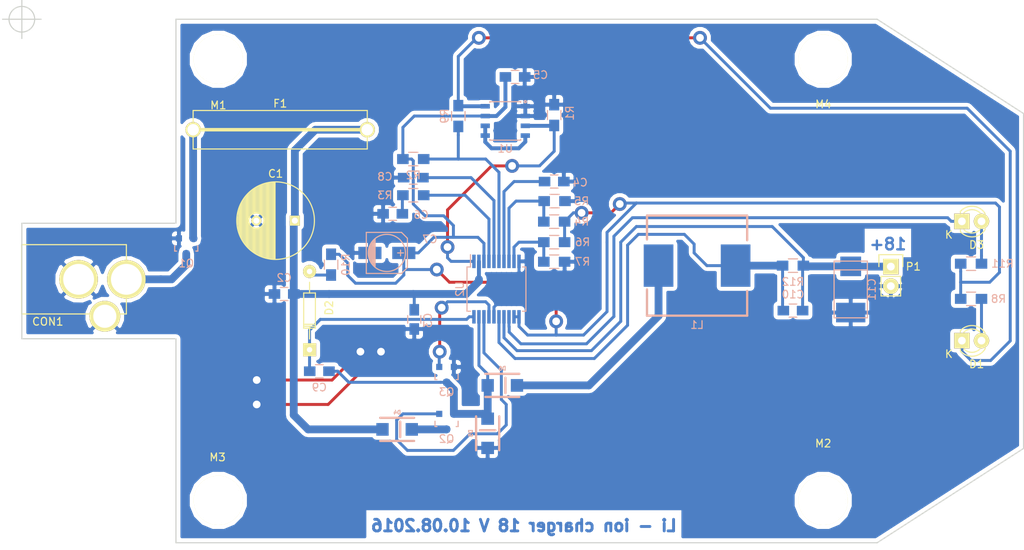
<source format=kicad_pcb>
(kicad_pcb (version 4) (host pcbnew 4.0.6)

  (general
    (links 77)
    (no_connects 0)
    (area 45.52441 40.68 178.587402 112.1804)
    (thickness 1.6)
    (drawings 13)
    (tracks 259)
    (zones 0)
    (modules 42)
    (nets 28)
  )

  (page A4)
  (layers
    (0 F.Cu signal)
    (31 B.Cu signal)
    (32 B.Adhes user)
    (33 F.Adhes user)
    (34 B.Paste user)
    (35 F.Paste user)
    (36 B.SilkS user)
    (37 F.SilkS user)
    (38 B.Mask user)
    (39 F.Mask user)
    (40 Dwgs.User user)
    (41 Cmts.User user)
    (42 Eco1.User user)
    (43 Eco2.User user)
    (44 Edge.Cuts user)
    (45 Margin user)
    (46 B.CrtYd user)
    (47 F.CrtYd user)
    (48 B.Fab user)
    (49 F.Fab user)
  )

  (setup
    (last_trace_width 0.508)
    (user_trace_width 0.381)
    (user_trace_width 1.016)
    (trace_clearance 0.0254)
    (zone_clearance 0.508)
    (zone_45_only no)
    (trace_min 0.0254)
    (segment_width 0.2)
    (edge_width 0.15)
    (via_size 1.8)
    (via_drill 1)
    (via_min_size 1.1)
    (via_min_drill 1)
    (uvia_size 0.3)
    (uvia_drill 0.1)
    (uvias_allowed no)
    (uvia_min_size 0.2)
    (uvia_min_drill 0.1)
    (pcb_text_width 0.3)
    (pcb_text_size 1.5 1.5)
    (mod_edge_width 0.15)
    (mod_text_size 1 1)
    (mod_text_width 0.15)
    (pad_size 6.4 6.4)
    (pad_drill 6.4)
    (pad_to_mask_clearance 0.2)
    (aux_axis_origin 48.26 43.18)
    (grid_origin 48.26 43.18)
    (visible_elements 7FFEFFFF)
    (pcbplotparams
      (layerselection 0x00030_80000001)
      (usegerberextensions false)
      (excludeedgelayer true)
      (linewidth 0.100000)
      (plotframeref false)
      (viasonmask false)
      (mode 1)
      (useauxorigin false)
      (hpglpennumber 1)
      (hpglpenspeed 20)
      (hpglpendiameter 15)
      (hpglpenoverlay 2)
      (psnegative false)
      (psa4output false)
      (plotreference true)
      (plotvalue true)
      (plotinvisibletext false)
      (padsonsilk false)
      (subtractmaskfromsilk false)
      (outputformat 1)
      (mirror false)
      (drillshape 1)
      (scaleselection 1)
      (outputdirectory ""))
  )

  (net 0 "")
  (net 1 DCIN)
  (net 2 GND)
  (net 3 "Net-(C4-Pad2)")
  (net 4 VL)
  (net 5 "Net-(C6-Pad1)")
  (net 6 "Net-(C8-Pad1)")
  (net 7 "Net-(C9-Pad1)")
  (net 8 "Net-(C9-Pad2)")
  (net 9 "Net-(C10-Pad1)")
  (net 10 "Net-(C10-Pad2)")
  (net 11 +24V)
  (net 12 "Net-(D1-Pad1)")
  (net 13 "Net-(D1-Pad2)")
  (net 14 "Net-(D2-Pad2)")
  (net 15 "Net-(D3-Pad1)")
  (net 16 "Net-(D4-Pad1)")
  (net 17 "Net-(D6-Pad1)")
  (net 18 "Net-(F1-Pad1)")
  (net 19 "Net-(Q2-Pad1)")
  (net 20 "Net-(Q3-Pad1)")
  (net 21 /IBAT)
  (net 22 /SHDN)
  (net 23 "Net-(R3-Pad2)")
  (net 24 "Net-(R4-Pad2)")
  (net 25 "Net-(R6-Pad2)")
  (net 26 "Net-(U1-Pad4)")
  (net 27 "Net-(D3-Pad2)")

  (net_class Default "To jest domyślna klasa połączeń."
    (clearance 0.0254)
    (trace_width 0.508)
    (via_dia 1.8)
    (via_drill 1)
    (uvia_dia 0.3)
    (uvia_drill 0.1)
    (add_net +24V)
    (add_net /IBAT)
    (add_net /SHDN)
    (add_net DCIN)
    (add_net GND)
    (add_net "Net-(C10-Pad1)")
    (add_net "Net-(C10-Pad2)")
    (add_net "Net-(C4-Pad2)")
    (add_net "Net-(C6-Pad1)")
    (add_net "Net-(C8-Pad1)")
    (add_net "Net-(C9-Pad1)")
    (add_net "Net-(C9-Pad2)")
    (add_net "Net-(D1-Pad1)")
    (add_net "Net-(D1-Pad2)")
    (add_net "Net-(D2-Pad2)")
    (add_net "Net-(D3-Pad1)")
    (add_net "Net-(D3-Pad2)")
    (add_net "Net-(D4-Pad1)")
    (add_net "Net-(D6-Pad1)")
    (add_net "Net-(F1-Pad1)")
    (add_net "Net-(Q2-Pad1)")
    (add_net "Net-(Q3-Pad1)")
    (add_net "Net-(R3-Pad2)")
    (add_net "Net-(R4-Pad2)")
    (add_net "Net-(R6-Pad2)")
    (add_net "Net-(U1-Pad4)")
    (add_net VL)
  )

  (module Capacitors_ThroughHole:C_Radial_D10_L16_P5 (layer F.Cu) (tedit 0) (tstamp 5798F984)
    (at 83.693 69.342 180)
    (descr "Radial Electrolytic Capacitor 10mm x Length 16mm, Pitch 5mm")
    (tags "Electrolytic Capacitor")
    (path /579776E2)
    (fp_text reference C1 (at 2.5 6.096 180) (layer F.SilkS)
      (effects (font (size 1 1) (thickness 0.15)))
    )
    (fp_text value 470uF/35V (at 2.5 6.3 180) (layer F.Fab)
      (effects (font (size 1 1) (thickness 0.15)))
    )
    (fp_line (start 2.575 -4.999) (end 2.575 4.999) (layer F.SilkS) (width 0.15))
    (fp_line (start 2.715 -4.995) (end 2.715 4.995) (layer F.SilkS) (width 0.15))
    (fp_line (start 2.855 -4.987) (end 2.855 4.987) (layer F.SilkS) (width 0.15))
    (fp_line (start 2.995 -4.975) (end 2.995 4.975) (layer F.SilkS) (width 0.15))
    (fp_line (start 3.135 -4.96) (end 3.135 4.96) (layer F.SilkS) (width 0.15))
    (fp_line (start 3.275 -4.94) (end 3.275 4.94) (layer F.SilkS) (width 0.15))
    (fp_line (start 3.415 -4.916) (end 3.415 4.916) (layer F.SilkS) (width 0.15))
    (fp_line (start 3.555 -4.887) (end 3.555 4.887) (layer F.SilkS) (width 0.15))
    (fp_line (start 3.695 -4.855) (end 3.695 4.855) (layer F.SilkS) (width 0.15))
    (fp_line (start 3.835 -4.818) (end 3.835 4.818) (layer F.SilkS) (width 0.15))
    (fp_line (start 3.975 -4.777) (end 3.975 4.777) (layer F.SilkS) (width 0.15))
    (fp_line (start 4.115 -4.732) (end 4.115 -0.466) (layer F.SilkS) (width 0.15))
    (fp_line (start 4.115 0.466) (end 4.115 4.732) (layer F.SilkS) (width 0.15))
    (fp_line (start 4.255 -4.682) (end 4.255 -0.667) (layer F.SilkS) (width 0.15))
    (fp_line (start 4.255 0.667) (end 4.255 4.682) (layer F.SilkS) (width 0.15))
    (fp_line (start 4.395 -4.627) (end 4.395 -0.796) (layer F.SilkS) (width 0.15))
    (fp_line (start 4.395 0.796) (end 4.395 4.627) (layer F.SilkS) (width 0.15))
    (fp_line (start 4.535 -4.567) (end 4.535 -0.885) (layer F.SilkS) (width 0.15))
    (fp_line (start 4.535 0.885) (end 4.535 4.567) (layer F.SilkS) (width 0.15))
    (fp_line (start 4.675 -4.502) (end 4.675 -0.946) (layer F.SilkS) (width 0.15))
    (fp_line (start 4.675 0.946) (end 4.675 4.502) (layer F.SilkS) (width 0.15))
    (fp_line (start 4.815 -4.432) (end 4.815 -0.983) (layer F.SilkS) (width 0.15))
    (fp_line (start 4.815 0.983) (end 4.815 4.432) (layer F.SilkS) (width 0.15))
    (fp_line (start 4.955 -4.356) (end 4.955 -0.999) (layer F.SilkS) (width 0.15))
    (fp_line (start 4.955 0.999) (end 4.955 4.356) (layer F.SilkS) (width 0.15))
    (fp_line (start 5.095 -4.274) (end 5.095 -0.995) (layer F.SilkS) (width 0.15))
    (fp_line (start 5.095 0.995) (end 5.095 4.274) (layer F.SilkS) (width 0.15))
    (fp_line (start 5.235 -4.186) (end 5.235 -0.972) (layer F.SilkS) (width 0.15))
    (fp_line (start 5.235 0.972) (end 5.235 4.186) (layer F.SilkS) (width 0.15))
    (fp_line (start 5.375 -4.091) (end 5.375 -0.927) (layer F.SilkS) (width 0.15))
    (fp_line (start 5.375 0.927) (end 5.375 4.091) (layer F.SilkS) (width 0.15))
    (fp_line (start 5.515 -3.989) (end 5.515 -0.857) (layer F.SilkS) (width 0.15))
    (fp_line (start 5.515 0.857) (end 5.515 3.989) (layer F.SilkS) (width 0.15))
    (fp_line (start 5.655 -3.879) (end 5.655 -0.756) (layer F.SilkS) (width 0.15))
    (fp_line (start 5.655 0.756) (end 5.655 3.879) (layer F.SilkS) (width 0.15))
    (fp_line (start 5.795 -3.761) (end 5.795 -0.607) (layer F.SilkS) (width 0.15))
    (fp_line (start 5.795 0.607) (end 5.795 3.761) (layer F.SilkS) (width 0.15))
    (fp_line (start 5.935 -3.633) (end 5.935 -0.355) (layer F.SilkS) (width 0.15))
    (fp_line (start 5.935 0.355) (end 5.935 3.633) (layer F.SilkS) (width 0.15))
    (fp_line (start 6.075 -3.496) (end 6.075 3.496) (layer F.SilkS) (width 0.15))
    (fp_line (start 6.215 -3.346) (end 6.215 3.346) (layer F.SilkS) (width 0.15))
    (fp_line (start 6.355 -3.184) (end 6.355 3.184) (layer F.SilkS) (width 0.15))
    (fp_line (start 6.495 -3.007) (end 6.495 3.007) (layer F.SilkS) (width 0.15))
    (fp_line (start 6.635 -2.811) (end 6.635 2.811) (layer F.SilkS) (width 0.15))
    (fp_line (start 6.775 -2.593) (end 6.775 2.593) (layer F.SilkS) (width 0.15))
    (fp_line (start 6.915 -2.347) (end 6.915 2.347) (layer F.SilkS) (width 0.15))
    (fp_line (start 7.055 -2.062) (end 7.055 2.062) (layer F.SilkS) (width 0.15))
    (fp_line (start 7.195 -1.72) (end 7.195 1.72) (layer F.SilkS) (width 0.15))
    (fp_line (start 7.335 -1.274) (end 7.335 1.274) (layer F.SilkS) (width 0.15))
    (fp_line (start 7.475 -0.499) (end 7.475 0.499) (layer F.SilkS) (width 0.15))
    (fp_circle (center 5 0) (end 5 -1) (layer F.SilkS) (width 0.15))
    (fp_circle (center 2.5 0) (end 2.5 -5.0375) (layer F.SilkS) (width 0.15))
    (fp_circle (center 2.5 0) (end 2.5 -5.3) (layer F.CrtYd) (width 0.05))
    (pad 1 thru_hole rect (at 0 0 180) (size 1.3 1.3) (drill 0.8) (layers *.Cu *.Mask F.SilkS)
      (net 1 DCIN))
    (pad 2 thru_hole circle (at 5 0 180) (size 1.3 1.3) (drill 0.8) (layers *.Cu *.Mask F.SilkS)
      (net 2 GND))
    (model Capacitors_ThroughHole.3dshapes/C_Radial_D10_L16_P5.wrl
      (at (xyz 0.0984252 0 0))
      (scale (xyz 1 1 1))
      (rotate (xyz 0 0 90))
    )
  )

  (module Capacitors_SMD:C_0805_HandSoldering (layer B.Cu) (tedit 541A9B8D) (tstamp 5798F98A)
    (at 82.296 78.867 180)
    (descr "Capacitor SMD 0805, hand soldering")
    (tags "capacitor 0805")
    (path /579779B9)
    (attr smd)
    (fp_text reference C2 (at 0 2.1 180) (layer B.SilkS)
      (effects (font (size 1 1) (thickness 0.15)) (justify mirror))
    )
    (fp_text value 100nF/50V (at 0 -2.1 180) (layer B.Fab)
      (effects (font (size 1 1) (thickness 0.15)) (justify mirror))
    )
    (fp_line (start -2.3 1) (end 2.3 1) (layer B.CrtYd) (width 0.05))
    (fp_line (start -2.3 -1) (end 2.3 -1) (layer B.CrtYd) (width 0.05))
    (fp_line (start -2.3 1) (end -2.3 -1) (layer B.CrtYd) (width 0.05))
    (fp_line (start 2.3 1) (end 2.3 -1) (layer B.CrtYd) (width 0.05))
    (fp_line (start 0.5 0.85) (end -0.5 0.85) (layer B.SilkS) (width 0.15))
    (fp_line (start -0.5 -0.85) (end 0.5 -0.85) (layer B.SilkS) (width 0.15))
    (pad 1 smd rect (at -1.25 0 180) (size 1.5 1.25) (layers B.Cu B.Paste B.Mask)
      (net 1 DCIN))
    (pad 2 smd rect (at 1.25 0 180) (size 1.5 1.25) (layers B.Cu B.Paste B.Mask)
      (net 2 GND))
    (model Capacitors_SMD.3dshapes/C_0805_HandSoldering.wrl
      (at (xyz 0 0 0))
      (scale (xyz 1 1 1))
      (rotate (xyz 0 0 0))
    )
  )

  (module Capacitors_SMD:C_0805_HandSoldering (layer B.Cu) (tedit 541A9B8D) (tstamp 5798F990)
    (at 99.187 82.169 270)
    (descr "Capacitor SMD 0805, hand soldering")
    (tags "capacitor 0805")
    (path /57980B90)
    (attr smd)
    (fp_text reference C3 (at 0.127 -1.778 270) (layer B.SilkS)
      (effects (font (size 1 1) (thickness 0.15)) (justify mirror))
    )
    (fp_text value 100nF/50V (at 0 -2.1 270) (layer B.Fab)
      (effects (font (size 1 1) (thickness 0.15)) (justify mirror))
    )
    (fp_line (start -2.3 1) (end 2.3 1) (layer B.CrtYd) (width 0.05))
    (fp_line (start -2.3 -1) (end 2.3 -1) (layer B.CrtYd) (width 0.05))
    (fp_line (start -2.3 1) (end -2.3 -1) (layer B.CrtYd) (width 0.05))
    (fp_line (start 2.3 1) (end 2.3 -1) (layer B.CrtYd) (width 0.05))
    (fp_line (start 0.5 0.85) (end -0.5 0.85) (layer B.SilkS) (width 0.15))
    (fp_line (start -0.5 -0.85) (end 0.5 -0.85) (layer B.SilkS) (width 0.15))
    (pad 1 smd rect (at -1.25 0 270) (size 1.5 1.25) (layers B.Cu B.Paste B.Mask)
      (net 1 DCIN))
    (pad 2 smd rect (at 1.25 0 270) (size 1.5 1.25) (layers B.Cu B.Paste B.Mask)
      (net 2 GND))
    (model Capacitors_SMD.3dshapes/C_0805_HandSoldering.wrl
      (at (xyz 0 0 0))
      (scale (xyz 1 1 1))
      (rotate (xyz 0 0 0))
    )
  )

  (module Capacitors_SMD:C_0805_HandSoldering (layer B.Cu) (tedit 541A9B8D) (tstamp 5798F996)
    (at 117.348 64.262 180)
    (descr "Capacitor SMD 0805, hand soldering")
    (tags "capacitor 0805")
    (path /57983ECB)
    (attr smd)
    (fp_text reference C4 (at -3.3655 -0.127 180) (layer B.SilkS)
      (effects (font (size 1 1) (thickness 0.15)) (justify mirror))
    )
    (fp_text value 470nF/50V (at 0 -2.1 180) (layer B.Fab)
      (effects (font (size 1 1) (thickness 0.15)) (justify mirror))
    )
    (fp_line (start -2.3 1) (end 2.3 1) (layer B.CrtYd) (width 0.05))
    (fp_line (start -2.3 -1) (end 2.3 -1) (layer B.CrtYd) (width 0.05))
    (fp_line (start -2.3 1) (end -2.3 -1) (layer B.CrtYd) (width 0.05))
    (fp_line (start 2.3 1) (end 2.3 -1) (layer B.CrtYd) (width 0.05))
    (fp_line (start 0.5 0.85) (end -0.5 0.85) (layer B.SilkS) (width 0.15))
    (fp_line (start -0.5 -0.85) (end 0.5 -0.85) (layer B.SilkS) (width 0.15))
    (pad 1 smd rect (at -1.25 0 180) (size 1.5 1.25) (layers B.Cu B.Paste B.Mask)
      (net 2 GND))
    (pad 2 smd rect (at 1.25 0 180) (size 1.5 1.25) (layers B.Cu B.Paste B.Mask)
      (net 3 "Net-(C4-Pad2)"))
    (model Capacitors_SMD.3dshapes/C_0805_HandSoldering.wrl
      (at (xyz 0 0 0))
      (scale (xyz 1 1 1))
      (rotate (xyz 0 0 0))
    )
  )

  (module Capacitors_SMD:C_0805_HandSoldering (layer B.Cu) (tedit 541A9B8D) (tstamp 5798F99C)
    (at 112.268 50.673)
    (descr "Capacitor SMD 0805, hand soldering")
    (tags "capacitor 0805")
    (path /57981201)
    (attr smd)
    (fp_text reference C5 (at 3.302 -0.254) (layer B.SilkS)
      (effects (font (size 1 1) (thickness 0.15)) (justify mirror))
    )
    (fp_text value 100nF/50V (at 0 -2.1) (layer B.Fab)
      (effects (font (size 1 1) (thickness 0.15)) (justify mirror))
    )
    (fp_line (start -2.3 1) (end 2.3 1) (layer B.CrtYd) (width 0.05))
    (fp_line (start -2.3 -1) (end 2.3 -1) (layer B.CrtYd) (width 0.05))
    (fp_line (start -2.3 1) (end -2.3 -1) (layer B.CrtYd) (width 0.05))
    (fp_line (start 2.3 1) (end 2.3 -1) (layer B.CrtYd) (width 0.05))
    (fp_line (start 0.5 0.85) (end -0.5 0.85) (layer B.SilkS) (width 0.15))
    (fp_line (start -0.5 -0.85) (end 0.5 -0.85) (layer B.SilkS) (width 0.15))
    (pad 1 smd rect (at -1.25 0) (size 1.5 1.25) (layers B.Cu B.Paste B.Mask)
      (net 4 VL))
    (pad 2 smd rect (at 1.25 0) (size 1.5 1.25) (layers B.Cu B.Paste B.Mask)
      (net 2 GND))
    (model Capacitors_SMD.3dshapes/C_0805_HandSoldering.wrl
      (at (xyz 0 0 0))
      (scale (xyz 1 1 1))
      (rotate (xyz 0 0 0))
    )
  )

  (module Capacitors_SMD:C_0805_HandSoldering (layer B.Cu) (tedit 541A9B8D) (tstamp 5798F9A2)
    (at 96.393 68.453 180)
    (descr "Capacitor SMD 0805, hand soldering")
    (tags "capacitor 0805")
    (path /579824B5)
    (attr smd)
    (fp_text reference C6 (at -3.683 -0.127 180) (layer B.SilkS)
      (effects (font (size 1 1) (thickness 0.15)) (justify mirror))
    )
    (fp_text value 100nF/50V (at 0 -2.1 180) (layer B.Fab)
      (effects (font (size 1 1) (thickness 0.15)) (justify mirror))
    )
    (fp_line (start -2.3 1) (end 2.3 1) (layer B.CrtYd) (width 0.05))
    (fp_line (start -2.3 -1) (end 2.3 -1) (layer B.CrtYd) (width 0.05))
    (fp_line (start -2.3 1) (end -2.3 -1) (layer B.CrtYd) (width 0.05))
    (fp_line (start 2.3 1) (end 2.3 -1) (layer B.CrtYd) (width 0.05))
    (fp_line (start 0.5 0.85) (end -0.5 0.85) (layer B.SilkS) (width 0.15))
    (fp_line (start -0.5 -0.85) (end 0.5 -0.85) (layer B.SilkS) (width 0.15))
    (pad 1 smd rect (at -1.25 0 180) (size 1.5 1.25) (layers B.Cu B.Paste B.Mask)
      (net 5 "Net-(C6-Pad1)"))
    (pad 2 smd rect (at 1.25 0 180) (size 1.5 1.25) (layers B.Cu B.Paste B.Mask)
      (net 2 GND))
    (model Capacitors_SMD.3dshapes/C_0805_HandSoldering.wrl
      (at (xyz 0 0 0))
      (scale (xyz 1 1 1))
      (rotate (xyz 0 0 0))
    )
  )

  (module Capacitors_SMD:c_elec_5x5.7 (layer B.Cu) (tedit 55725CEC) (tstamp 5798F9A8)
    (at 95.631 73.533)
    (descr "SMT capacitor, aluminium electrolytic, 5x5.7")
    (path /5798179C)
    (attr smd)
    (fp_text reference C7 (at 5.588 -1.778) (layer B.SilkS)
      (effects (font (size 1 1) (thickness 0.15)) (justify mirror))
    )
    (fp_text value 47uF/16V (at 0 -3.81) (layer B.Fab)
      (effects (font (size 1 1) (thickness 0.15)) (justify mirror))
    )
    (fp_line (start -3.95 3) (end 3.95 3) (layer B.CrtYd) (width 0.05))
    (fp_line (start 3.95 3) (end 3.95 -3) (layer B.CrtYd) (width 0.05))
    (fp_line (start 3.95 -3) (end -3.95 -3) (layer B.CrtYd) (width 0.05))
    (fp_line (start -3.95 -3) (end -3.95 3) (layer B.CrtYd) (width 0.05))
    (fp_line (start -2.286 0.635) (end -2.286 -0.762) (layer B.SilkS) (width 0.15))
    (fp_line (start -2.159 0.889) (end -2.159 -0.889) (layer B.SilkS) (width 0.15))
    (fp_line (start -2.032 1.27) (end -2.032 -1.27) (layer B.SilkS) (width 0.15))
    (fp_line (start -1.905 -1.397) (end -1.905 1.397) (layer B.SilkS) (width 0.15))
    (fp_line (start -1.778 1.524) (end -1.778 -1.524) (layer B.SilkS) (width 0.15))
    (fp_line (start -1.651 -1.651) (end -1.651 1.651) (layer B.SilkS) (width 0.15))
    (fp_line (start -1.524 1.778) (end -1.524 -1.778) (layer B.SilkS) (width 0.15))
    (fp_line (start -2.667 2.667) (end 1.905 2.667) (layer B.SilkS) (width 0.15))
    (fp_line (start 1.905 2.667) (end 2.667 1.905) (layer B.SilkS) (width 0.15))
    (fp_line (start 2.667 1.905) (end 2.667 -1.905) (layer B.SilkS) (width 0.15))
    (fp_line (start 2.667 -1.905) (end 1.905 -2.667) (layer B.SilkS) (width 0.15))
    (fp_line (start 1.905 -2.667) (end -2.667 -2.667) (layer B.SilkS) (width 0.15))
    (fp_line (start -2.667 -2.667) (end -2.667 2.667) (layer B.SilkS) (width 0.15))
    (fp_line (start 2.159 0) (end 1.397 0) (layer B.SilkS) (width 0.15))
    (fp_line (start 1.778 0.381) (end 1.778 -0.381) (layer B.SilkS) (width 0.15))
    (fp_circle (center 0 0) (end -2.413 0) (layer B.SilkS) (width 0.15))
    (pad 1 smd rect (at 2.19964 0) (size 2.99974 1.6002) (layers B.Cu B.Paste B.Mask)
      (net 4 VL))
    (pad 2 smd rect (at -2.19964 0) (size 2.99974 1.6002) (layers B.Cu B.Paste B.Mask)
      (net 2 GND))
    (model Capacitors_SMD.3dshapes/c_elec_5x5.7.wrl
      (at (xyz 0 0 0))
      (scale (xyz 1 1 1))
      (rotate (xyz 0 0 0))
    )
  )

  (module Capacitors_SMD:C_0805_HandSoldering (layer B.Cu) (tedit 541A9B8D) (tstamp 5798F9AE)
    (at 99.06 63.754 180)
    (descr "Capacitor SMD 0805, hand soldering")
    (tags "capacitor 0805")
    (path /57982EFA)
    (attr smd)
    (fp_text reference C8 (at 3.683 0.127 180) (layer B.SilkS)
      (effects (font (size 1 1) (thickness 0.15)) (justify mirror))
    )
    (fp_text value 100nF/50V (at 0 -2.1 180) (layer B.Fab)
      (effects (font (size 1 1) (thickness 0.15)) (justify mirror))
    )
    (fp_line (start -2.3 1) (end 2.3 1) (layer B.CrtYd) (width 0.05))
    (fp_line (start -2.3 -1) (end 2.3 -1) (layer B.CrtYd) (width 0.05))
    (fp_line (start -2.3 1) (end -2.3 -1) (layer B.CrtYd) (width 0.05))
    (fp_line (start 2.3 1) (end 2.3 -1) (layer B.CrtYd) (width 0.05))
    (fp_line (start 0.5 0.85) (end -0.5 0.85) (layer B.SilkS) (width 0.15))
    (fp_line (start -0.5 -0.85) (end 0.5 -0.85) (layer B.SilkS) (width 0.15))
    (pad 1 smd rect (at -1.25 0 180) (size 1.5 1.25) (layers B.Cu B.Paste B.Mask)
      (net 6 "Net-(C8-Pad1)"))
    (pad 2 smd rect (at 1.25 0 180) (size 1.5 1.25) (layers B.Cu B.Paste B.Mask)
      (net 2 GND))
    (model Capacitors_SMD.3dshapes/C_0805_HandSoldering.wrl
      (at (xyz 0 0 0))
      (scale (xyz 1 1 1))
      (rotate (xyz 0 0 0))
    )
  )

  (module Capacitors_SMD:C_0805_HandSoldering (layer B.Cu) (tedit 541A9B8D) (tstamp 5798F9B4)
    (at 86.868 88.9)
    (descr "Capacitor SMD 0805, hand soldering")
    (tags "capacitor 0805")
    (path /5799447E)
    (attr smd)
    (fp_text reference C9 (at 0 2.1) (layer B.SilkS)
      (effects (font (size 1 1) (thickness 0.15)) (justify mirror))
    )
    (fp_text value 100nF/50V (at 0 -2.1) (layer B.Fab)
      (effects (font (size 1 1) (thickness 0.15)) (justify mirror))
    )
    (fp_line (start -2.3 1) (end 2.3 1) (layer B.CrtYd) (width 0.05))
    (fp_line (start -2.3 -1) (end 2.3 -1) (layer B.CrtYd) (width 0.05))
    (fp_line (start -2.3 1) (end -2.3 -1) (layer B.CrtYd) (width 0.05))
    (fp_line (start 2.3 1) (end 2.3 -1) (layer B.CrtYd) (width 0.05))
    (fp_line (start 0.5 0.85) (end -0.5 0.85) (layer B.SilkS) (width 0.15))
    (fp_line (start -0.5 -0.85) (end 0.5 -0.85) (layer B.SilkS) (width 0.15))
    (pad 1 smd rect (at -1.25 0) (size 1.5 1.25) (layers B.Cu B.Paste B.Mask)
      (net 7 "Net-(C9-Pad1)"))
    (pad 2 smd rect (at 1.25 0) (size 1.5 1.25) (layers B.Cu B.Paste B.Mask)
      (net 8 "Net-(C9-Pad2)"))
    (model Capacitors_SMD.3dshapes/C_0805_HandSoldering.wrl
      (at (xyz 0 0 0))
      (scale (xyz 1 1 1))
      (rotate (xyz 0 0 0))
    )
  )

  (module Capacitors_SMD:C_0805_HandSoldering (layer B.Cu) (tedit 541A9B8D) (tstamp 5798F9BA)
    (at 148.336 81.026 180)
    (descr "Capacitor SMD 0805, hand soldering")
    (tags "capacitor 0805")
    (path /579A8526)
    (attr smd)
    (fp_text reference C10 (at 0 2.1 180) (layer B.SilkS)
      (effects (font (size 1 1) (thickness 0.15)) (justify mirror))
    )
    (fp_text value 470pF/50V (at 0 -2.1 180) (layer B.Fab)
      (effects (font (size 1 1) (thickness 0.15)) (justify mirror))
    )
    (fp_line (start -2.3 1) (end 2.3 1) (layer B.CrtYd) (width 0.05))
    (fp_line (start -2.3 -1) (end 2.3 -1) (layer B.CrtYd) (width 0.05))
    (fp_line (start -2.3 1) (end -2.3 -1) (layer B.CrtYd) (width 0.05))
    (fp_line (start 2.3 1) (end 2.3 -1) (layer B.CrtYd) (width 0.05))
    (fp_line (start 0.5 0.85) (end -0.5 0.85) (layer B.SilkS) (width 0.15))
    (fp_line (start -0.5 -0.85) (end 0.5 -0.85) (layer B.SilkS) (width 0.15))
    (pad 1 smd rect (at -1.25 0 180) (size 1.5 1.25) (layers B.Cu B.Paste B.Mask)
      (net 9 "Net-(C10-Pad1)"))
    (pad 2 smd rect (at 1.25 0 180) (size 1.5 1.25) (layers B.Cu B.Paste B.Mask)
      (net 10 "Net-(C10-Pad2)"))
    (model Capacitors_SMD.3dshapes/C_0805_HandSoldering.wrl
      (at (xyz 0 0 0))
      (scale (xyz 1 1 1))
      (rotate (xyz 0 0 0))
    )
  )

  (module Capacitors_Tantalum_SMD:TantalC_SizeV_EIA-7343 (layer B.Cu) (tedit 0) (tstamp 5798F9C0)
    (at 155.829 78.28026 90)
    (descr TantalC_SizeV_EIA-7343)
    (path /579AA6CE)
    (fp_text reference C11 (at 0 2.7305 90) (layer B.SilkS)
      (effects (font (size 1 1) (thickness 0.15)) (justify mirror))
    )
    (fp_text value 68uF/20V (at 0 -2.7305 90) (layer B.Fab)
      (effects (font (size 1 1) (thickness 0.15)) (justify mirror))
    )
    (fp_line (start 2.54 2.159) (end 2.54 -2.159) (layer B.SilkS) (width 0.15))
    (fp_line (start -3.683 2.159) (end -3.683 -2.159) (layer B.SilkS) (width 0.15))
    (fp_line (start -3.683 -2.159) (end 3.683 -2.159) (layer B.SilkS) (width 0.15))
    (fp_line (start 3.683 -2.159) (end 3.683 2.159) (layer B.SilkS) (width 0.15))
    (fp_line (start 3.683 2.159) (end -3.683 2.159) (layer B.SilkS) (width 0.15))
    (pad 1 smd rect (at 2.99974 0 90) (size 2.55016 2.70002) (layers B.Cu B.Paste B.Mask)
      (net 9 "Net-(C10-Pad1)"))
    (pad 2 smd rect (at -2.99974 0 90) (size 2.55016 3.79984) (layers B.Cu B.Paste B.Mask)
      (net 2 GND))
    (model Capacitors_Tantalum_SMD.3dshapes/TantalC_SizeV_EIA-7343.wrl
      (at (xyz 0 0 0))
      (scale (xyz 1 1 1))
      (rotate (xyz 0 0 0))
    )
  )

  (module Connectors:JACK_DC (layer F.Cu) (tedit 57976823) (tstamp 5798F9C7)
    (at 55.026 76.962)
    (descr https://botland.com.pl/index.php?controller=attachment&id_attachment=480)
    (path /579752DE)
    (fp_text reference CON1 (at -3.4 5.5) (layer F.SilkS)
      (effects (font (size 1 1) (thickness 0.15)))
    )
    (fp_text value BARREL_JACK_5.5x2.1mm (at 0 -5.3) (layer F.Fab)
      (effects (font (size 1 1) (thickness 0.15)))
    )
    (fp_line (start -6.8 -4.5) (end 6.8 -4.5) (layer F.SilkS) (width 0.15))
    (fp_line (start -6.8 4.5) (end -6.8 -4.5) (layer F.SilkS) (width 0.15))
    (fp_line (start 6.8 4.5) (end -6.8 4.5) (layer F.SilkS) (width 0.15))
    (fp_line (start 6.8 -4.5) (end 6.8 4.5) (layer F.SilkS) (width 0.15))
    (pad 1 thru_hole circle (at 6.8 0) (size 5 5) (drill 4) (layers *.Cu *.Mask F.SilkS)
      (net 11 +24V))
    (pad 2 thru_hole circle (at 0.6 0) (size 5 5) (drill 4) (layers *.Cu *.Mask F.SilkS)
      (net 2 GND))
    (pad 3 thru_hole circle (at 4 4.8) (size 4 4) (drill 3) (layers *.Cu *.Mask F.SilkS)
      (net 2 GND))
  )

  (module LEDs:LED-3MM (layer F.Cu) (tedit 559B82F6) (tstamp 5798F9CD)
    (at 170.26 84.93)
    (descr "LED 3mm round vertical")
    (tags "LED  3mm round vertical")
    (path /5797A9B1)
    (fp_text reference D1 (at 1.91 3.06) (layer F.SilkS)
      (effects (font (size 1 1) (thickness 0.15)))
    )
    (fp_text value GREEN (at 1.3 -2.9) (layer F.Fab)
      (effects (font (size 1 1) (thickness 0.15)))
    )
    (fp_line (start -1.2 2.3) (end 3.8 2.3) (layer F.CrtYd) (width 0.05))
    (fp_line (start 3.8 2.3) (end 3.8 -2.2) (layer F.CrtYd) (width 0.05))
    (fp_line (start 3.8 -2.2) (end -1.2 -2.2) (layer F.CrtYd) (width 0.05))
    (fp_line (start -1.2 -2.2) (end -1.2 2.3) (layer F.CrtYd) (width 0.05))
    (fp_line (start -0.199 1.314) (end -0.199 1.114) (layer F.SilkS) (width 0.15))
    (fp_line (start -0.199 -1.28) (end -0.199 -1.1) (layer F.SilkS) (width 0.15))
    (fp_arc (start 1.301 0.034) (end -0.199 -1.286) (angle 108.5) (layer F.SilkS) (width 0.15))
    (fp_arc (start 1.301 0.034) (end 0.25 -1.1) (angle 85.7) (layer F.SilkS) (width 0.15))
    (fp_arc (start 1.311 0.034) (end 3.051 0.994) (angle 110) (layer F.SilkS) (width 0.15))
    (fp_arc (start 1.301 0.034) (end 2.335 1.094) (angle 87.5) (layer F.SilkS) (width 0.15))
    (fp_text user K (at -1.69 1.74) (layer F.SilkS)
      (effects (font (size 1 1) (thickness 0.15)))
    )
    (pad 1 thru_hole rect (at 0 0 90) (size 2 2) (drill 1.00076) (layers *.Cu *.Mask F.SilkS)
      (net 12 "Net-(D1-Pad1)"))
    (pad 2 thru_hole circle (at 2.54 0) (size 2 2) (drill 1.00076) (layers *.Cu *.Mask F.SilkS)
      (net 13 "Net-(D1-Pad2)"))
    (model LEDs.3dshapes/LED-3MM.wrl
      (at (xyz 0.05 0 0))
      (scale (xyz 1 1 1))
      (rotate (xyz 0 0 90))
    )
  )

  (module Diodes_ThroughHole:Diode_DO-35_SOD27_Horizontal_RM10 (layer F.Cu) (tedit 552FFC30) (tstamp 5798F9D3)
    (at 85.60054 86.10652 90)
    (descr "Diode, DO-35,  SOD27, Horizontal, RM 10mm")
    (tags "Diode, DO-35, SOD27, Horizontal, RM 10mm, 1N4148,")
    (path /579923E8)
    (fp_text reference D2 (at 5.43052 2.53746 90) (layer F.SilkS)
      (effects (font (size 1 1) (thickness 0.15)))
    )
    (fp_text value 1n4148 (at 4.41452 -3.55854 90) (layer F.Fab)
      (effects (font (size 1 1) (thickness 0.15)))
    )
    (fp_line (start 7.36652 -0.00254) (end 8.76352 -0.00254) (layer F.SilkS) (width 0.15))
    (fp_line (start 2.92152 -0.00254) (end 1.39752 -0.00254) (layer F.SilkS) (width 0.15))
    (fp_line (start 3.30252 -0.76454) (end 3.30252 0.75946) (layer F.SilkS) (width 0.15))
    (fp_line (start 3.04852 -0.76454) (end 3.04852 0.75946) (layer F.SilkS) (width 0.15))
    (fp_line (start 2.79452 -0.00254) (end 2.79452 0.75946) (layer F.SilkS) (width 0.15))
    (fp_line (start 2.79452 0.75946) (end 7.36652 0.75946) (layer F.SilkS) (width 0.15))
    (fp_line (start 7.36652 0.75946) (end 7.36652 -0.76454) (layer F.SilkS) (width 0.15))
    (fp_line (start 7.36652 -0.76454) (end 2.79452 -0.76454) (layer F.SilkS) (width 0.15))
    (fp_line (start 2.79452 -0.76454) (end 2.79452 -0.00254) (layer F.SilkS) (width 0.15))
    (pad 2 thru_hole circle (at 10.16052 -0.00254 270) (size 1.69926 1.69926) (drill 0.70104) (layers *.Cu *.Mask F.SilkS)
      (net 14 "Net-(D2-Pad2)"))
    (pad 1 thru_hole rect (at 0.00052 -0.00254 270) (size 1.69926 1.69926) (drill 0.70104) (layers *.Cu *.Mask F.SilkS)
      (net 7 "Net-(C9-Pad1)"))
    (model Diodes_ThroughHole.3dshapes/Diode_DO-35_SOD27_Horizontal_RM10.wrl
      (at (xyz 0.2 0 0))
      (scale (xyz 0.4 0.4 0.4))
      (rotate (xyz 0 0 180))
    )
  )

  (module LEDs:LED-3MM (layer F.Cu) (tedit 559B82F6) (tstamp 5798F9D9)
    (at 170.26 69.43)
    (descr "LED 3mm round vertical")
    (tags "LED  3mm round vertical")
    (path /579AFFA3)
    (fp_text reference D3 (at 1.91 3.06) (layer F.SilkS)
      (effects (font (size 1 1) (thickness 0.15)))
    )
    (fp_text value RED (at 1.3 -2.9) (layer F.Fab)
      (effects (font (size 1 1) (thickness 0.15)))
    )
    (fp_line (start -1.2 2.3) (end 3.8 2.3) (layer F.CrtYd) (width 0.05))
    (fp_line (start 3.8 2.3) (end 3.8 -2.2) (layer F.CrtYd) (width 0.05))
    (fp_line (start 3.8 -2.2) (end -1.2 -2.2) (layer F.CrtYd) (width 0.05))
    (fp_line (start -1.2 -2.2) (end -1.2 2.3) (layer F.CrtYd) (width 0.05))
    (fp_line (start -0.199 1.314) (end -0.199 1.114) (layer F.SilkS) (width 0.15))
    (fp_line (start -0.199 -1.28) (end -0.199 -1.1) (layer F.SilkS) (width 0.15))
    (fp_arc (start 1.301 0.034) (end -0.199 -1.286) (angle 108.5) (layer F.SilkS) (width 0.15))
    (fp_arc (start 1.301 0.034) (end 0.25 -1.1) (angle 85.7) (layer F.SilkS) (width 0.15))
    (fp_arc (start 1.311 0.034) (end 3.051 0.994) (angle 110) (layer F.SilkS) (width 0.15))
    (fp_arc (start 1.301 0.034) (end 2.335 1.094) (angle 87.5) (layer F.SilkS) (width 0.15))
    (fp_text user K (at -1.69 1.74) (layer F.SilkS)
      (effects (font (size 1 1) (thickness 0.15)))
    )
    (pad 1 thru_hole rect (at 0 0 90) (size 2 2) (drill 1.00076) (layers *.Cu *.Mask F.SilkS)
      (net 15 "Net-(D3-Pad1)"))
    (pad 2 thru_hole circle (at 2.54 0) (size 2 2) (drill 1.00076) (layers *.Cu *.Mask F.SilkS)
      (net 27 "Net-(D3-Pad2)"))
    (model LEDs.3dshapes/LED-3MM.wrl
      (at (xyz 0.05 0 0))
      (scale (xyz 1 1 1))
      (rotate (xyz 0 0 90))
    )
  )

  (module Diodes_SMD:DO-214AC (layer B.Cu) (tedit 5798C87D) (tstamp 5798F9DF)
    (at 96.9645 96.4565)
    (path /5799BD58)
    (fp_text reference D4 (at 0 -2.2) (layer B.SilkS)
      (effects (font (size 0.5 0.5) (thickness 0.125)) (justify mirror))
    )
    (fp_text value SS34 (at 0 2.1) (layer B.Fab)
      (effects (font (size 0.5 0.5) (thickness 0.125)) (justify mirror))
    )
    (fp_line (start -2.2 -1.5) (end 2.2 -1.5) (layer B.SilkS) (width 0.3))
    (fp_line (start -2.2 1.5) (end 2.2 1.5) (layer B.SilkS) (width 0.3))
    (fp_line (start 0.4 1) (end 0.4 -1) (layer B.SilkS) (width 0.3))
    (pad 1 smd rect (at 1.9 0) (size 1.6 1.65) (layers B.Cu B.Paste B.Mask)
      (net 16 "Net-(D4-Pad1)"))
    (pad 2 smd rect (at -1.9 0) (size 1.6 1.65) (layers B.Cu B.Paste B.Mask)
      (net 1 DCIN))
  )

  (module Diodes_SMD:DO-214AC (layer B.Cu) (tedit 5798C87D) (tstamp 5798F9E5)
    (at 108.712 96.9645 90)
    (path /5799FF51)
    (fp_text reference D5 (at 0 -2.2 90) (layer B.SilkS)
      (effects (font (size 0.5 0.5) (thickness 0.125)) (justify mirror))
    )
    (fp_text value SS34 (at 0 2.1 90) (layer B.Fab)
      (effects (font (size 0.5 0.5) (thickness 0.125)) (justify mirror))
    )
    (fp_line (start -2.2 -1.5) (end 2.2 -1.5) (layer B.SilkS) (width 0.3))
    (fp_line (start -2.2 1.5) (end 2.2 1.5) (layer B.SilkS) (width 0.3))
    (fp_line (start 0.4 1) (end 0.4 -1) (layer B.SilkS) (width 0.3))
    (pad 1 smd rect (at 1.9 0 90) (size 1.6 1.65) (layers B.Cu B.Paste B.Mask)
      (net 8 "Net-(C9-Pad2)"))
    (pad 2 smd rect (at -1.9 0 90) (size 1.6 1.65) (layers B.Cu B.Paste B.Mask)
      (net 2 GND))
  )

  (module Diodes_SMD:DO-214AC (layer B.Cu) (tedit 5798C87D) (tstamp 5798F9EB)
    (at 110.617 90.7415)
    (path /579A03E9)
    (fp_text reference D6 (at 0 -2.2) (layer B.SilkS)
      (effects (font (size 0.5 0.5) (thickness 0.125)) (justify mirror))
    )
    (fp_text value SS34 (at 0 2.1) (layer B.Fab)
      (effects (font (size 0.5 0.5) (thickness 0.125)) (justify mirror))
    )
    (fp_line (start -2.2 -1.5) (end 2.2 -1.5) (layer B.SilkS) (width 0.3))
    (fp_line (start -2.2 1.5) (end 2.2 1.5) (layer B.SilkS) (width 0.3))
    (fp_line (start 0.4 1) (end 0.4 -1) (layer B.SilkS) (width 0.3))
    (pad 1 smd rect (at 1.9 0) (size 1.6 1.65) (layers B.Cu B.Paste B.Mask)
      (net 17 "Net-(D6-Pad1)"))
    (pad 2 smd rect (at -1.9 0) (size 1.6 1.65) (layers B.Cu B.Paste B.Mask)
      (net 8 "Net-(C9-Pad2)"))
  )

  (module Fuses:Fuse5x20mm (layer F.Cu) (tedit 5797A680) (tstamp 5798F9F1)
    (at 81.788 57.531 180)
    (path /5797BD56)
    (fp_text reference F1 (at 0 3.4 180) (layer F.SilkS)
      (effects (font (size 1 1) (thickness 0.15)))
    )
    (fp_text value 1.5A (at 0 -3.4 180) (layer F.Fab)
      (effects (font (size 1 1) (thickness 0.15)))
    )
    (fp_line (start -11.3 0) (end 11.3 0) (layer F.SilkS) (width 0.45))
    (fp_line (start -11.3 -2.5) (end 11.3 -2.5) (layer F.SilkS) (width 0.15))
    (fp_line (start -11.3 2.5) (end -11.3 -2.5) (layer F.SilkS) (width 0.15))
    (fp_line (start 11.3 2.5) (end -11.3 2.5) (layer F.SilkS) (width 0.15))
    (fp_line (start 11.3 -2.5) (end 11.3 2.5) (layer F.SilkS) (width 0.15))
    (pad 1 thru_hole circle (at 11.3 0 180) (size 2 2) (drill 1.5) (layers *.Cu *.Mask F.SilkS)
      (net 18 "Net-(F1-Pad1)"))
    (pad 2 thru_hole circle (at -11.3 0 180) (size 2 2) (drill 1.5) (layers *.Cu *.Mask F.SilkS)
      (net 1 DCIN))
  )

  (module Inductors_SMD:DR125 (layer B.Cu) (tedit 5798DCD4) (tstamp 5798F9F7)
    (at 135.89 75.184 180)
    (path /579A6101)
    (fp_text reference L1 (at 0 -7.7 180) (layer B.SilkS)
      (effects (font (size 1 1) (thickness 0.15)) (justify mirror))
    )
    (fp_text value 22uH/2A (at 0 7.7 180) (layer B.Fab)
      (effects (font (size 1 1) (thickness 0.15)) (justify mirror))
    )
    (fp_line (start -6.5 6.5) (end -6.5 3.3) (layer B.SilkS) (width 0.3))
    (fp_line (start -6.5 -6.5) (end -6.5 -3.3) (layer B.SilkS) (width 0.3))
    (fp_line (start 6.5 -6.5) (end -6.5 -6.5) (layer B.SilkS) (width 0.3))
    (fp_line (start 6.5 -3.1) (end 6.5 -6.5) (layer B.SilkS) (width 0.3))
    (fp_line (start 6.5 6.5) (end 6.5 3.4) (layer B.SilkS) (width 0.3))
    (fp_line (start -6.5 6.5) (end 6.5 6.5) (layer B.SilkS) (width 0.3))
    (pad 1 smd rect (at 5 0 180) (size 3.85 5.5) (layers B.Cu B.Paste B.Mask)
      (net 17 "Net-(D6-Pad1)"))
    (pad 2 smd rect (at -5 0 180) (size 3.85 5.5) (layers B.Cu B.Paste B.Mask)
      (net 10 "Net-(C10-Pad2)"))
  )

  (module TO_SOT_Packages_SMD:SOT-23 (layer B.Cu) (tedit 553634F8) (tstamp 5798FA04)
    (at 69.596 72.644)
    (descr "SOT-23, Standard")
    (tags SOT-23)
    (path /5798E44D)
    (attr smd)
    (fp_text reference Q1 (at 0 2.25) (layer B.SilkS)
      (effects (font (size 1 1) (thickness 0.15)) (justify mirror))
    )
    (fp_text value Si2323DS (at 0 -2.3) (layer B.Fab)
      (effects (font (size 1 1) (thickness 0.15)) (justify mirror))
    )
    (fp_line (start -1.65 1.6) (end 1.65 1.6) (layer B.CrtYd) (width 0.05))
    (fp_line (start 1.65 1.6) (end 1.65 -1.6) (layer B.CrtYd) (width 0.05))
    (fp_line (start 1.65 -1.6) (end -1.65 -1.6) (layer B.CrtYd) (width 0.05))
    (fp_line (start -1.65 -1.6) (end -1.65 1.6) (layer B.CrtYd) (width 0.05))
    (fp_line (start 1.29916 0.65024) (end 1.2509 0.65024) (layer B.SilkS) (width 0.15))
    (fp_line (start -1.49982 -0.0508) (end -1.49982 0.65024) (layer B.SilkS) (width 0.15))
    (fp_line (start -1.49982 0.65024) (end -1.2509 0.65024) (layer B.SilkS) (width 0.15))
    (fp_line (start 1.29916 0.65024) (end 1.49982 0.65024) (layer B.SilkS) (width 0.15))
    (fp_line (start 1.49982 0.65024) (end 1.49982 -0.0508) (layer B.SilkS) (width 0.15))
    (pad 1 smd rect (at -0.95 -1.00076) (size 0.8001 0.8001) (layers B.Cu B.Paste B.Mask)
      (net 2 GND))
    (pad 2 smd rect (at 0.95 -1.00076) (size 0.8001 0.8001) (layers B.Cu B.Paste B.Mask)
      (net 18 "Net-(F1-Pad1)"))
    (pad 3 smd rect (at 0 0.99822) (size 0.8001 0.8001) (layers B.Cu B.Paste B.Mask)
      (net 11 +24V))
    (model TO_SOT_Packages_SMD.3dshapes/SOT-23.wrl
      (at (xyz 0 0 0))
      (scale (xyz 1 1 1))
      (rotate (xyz 0 0 0))
    )
  )

  (module TO_SOT_Packages_SMD:SOT-23 (layer B.Cu) (tedit 553634F8) (tstamp 5798FA0B)
    (at 103.378 95.4405)
    (descr "SOT-23, Standard")
    (tags SOT-23)
    (path /57996880)
    (attr smd)
    (fp_text reference Q2 (at 0 2.25) (layer B.SilkS)
      (effects (font (size 1 1) (thickness 0.15)) (justify mirror))
    )
    (fp_text value SI2300DS (at 0 -2.3) (layer B.Fab)
      (effects (font (size 1 1) (thickness 0.15)) (justify mirror))
    )
    (fp_line (start -1.65 1.6) (end 1.65 1.6) (layer B.CrtYd) (width 0.05))
    (fp_line (start 1.65 1.6) (end 1.65 -1.6) (layer B.CrtYd) (width 0.05))
    (fp_line (start 1.65 -1.6) (end -1.65 -1.6) (layer B.CrtYd) (width 0.05))
    (fp_line (start -1.65 -1.6) (end -1.65 1.6) (layer B.CrtYd) (width 0.05))
    (fp_line (start 1.29916 0.65024) (end 1.2509 0.65024) (layer B.SilkS) (width 0.15))
    (fp_line (start -1.49982 -0.0508) (end -1.49982 0.65024) (layer B.SilkS) (width 0.15))
    (fp_line (start -1.49982 0.65024) (end -1.2509 0.65024) (layer B.SilkS) (width 0.15))
    (fp_line (start 1.29916 0.65024) (end 1.49982 0.65024) (layer B.SilkS) (width 0.15))
    (fp_line (start 1.49982 0.65024) (end 1.49982 -0.0508) (layer B.SilkS) (width 0.15))
    (pad 1 smd rect (at -0.95 -1.00076) (size 0.8001 0.8001) (layers B.Cu B.Paste B.Mask)
      (net 19 "Net-(Q2-Pad1)"))
    (pad 2 smd rect (at 0.95 -1.00076) (size 0.8001 0.8001) (layers B.Cu B.Paste B.Mask)
      (net 8 "Net-(C9-Pad2)"))
    (pad 3 smd rect (at 0 0.99822) (size 0.8001 0.8001) (layers B.Cu B.Paste B.Mask)
      (net 16 "Net-(D4-Pad1)"))
    (model TO_SOT_Packages_SMD.3dshapes/SOT-23.wrl
      (at (xyz 0 0 0))
      (scale (xyz 1 1 1))
      (rotate (xyz 0 0 0))
    )
  )

  (module TO_SOT_Packages_SMD:SOT-23 (layer B.Cu) (tedit 553634F8) (tstamp 5798FA12)
    (at 103.378 89.3445)
    (descr "SOT-23, Standard")
    (tags SOT-23)
    (path /57996AE4)
    (attr smd)
    (fp_text reference Q3 (at 0 2.25) (layer B.SilkS)
      (effects (font (size 1 1) (thickness 0.15)) (justify mirror))
    )
    (fp_text value SI2300DS (at 0 -2.3) (layer B.Fab)
      (effects (font (size 1 1) (thickness 0.15)) (justify mirror))
    )
    (fp_line (start -1.65 1.6) (end 1.65 1.6) (layer B.CrtYd) (width 0.05))
    (fp_line (start 1.65 1.6) (end 1.65 -1.6) (layer B.CrtYd) (width 0.05))
    (fp_line (start 1.65 -1.6) (end -1.65 -1.6) (layer B.CrtYd) (width 0.05))
    (fp_line (start -1.65 -1.6) (end -1.65 1.6) (layer B.CrtYd) (width 0.05))
    (fp_line (start 1.29916 0.65024) (end 1.2509 0.65024) (layer B.SilkS) (width 0.15))
    (fp_line (start -1.49982 -0.0508) (end -1.49982 0.65024) (layer B.SilkS) (width 0.15))
    (fp_line (start -1.49982 0.65024) (end -1.2509 0.65024) (layer B.SilkS) (width 0.15))
    (fp_line (start 1.29916 0.65024) (end 1.49982 0.65024) (layer B.SilkS) (width 0.15))
    (fp_line (start 1.49982 0.65024) (end 1.49982 -0.0508) (layer B.SilkS) (width 0.15))
    (pad 1 smd rect (at -0.95 -1.00076) (size 0.8001 0.8001) (layers B.Cu B.Paste B.Mask)
      (net 20 "Net-(Q3-Pad1)"))
    (pad 2 smd rect (at 0.95 -1.00076) (size 0.8001 0.8001) (layers B.Cu B.Paste B.Mask)
      (net 2 GND))
    (pad 3 smd rect (at 0 0.99822) (size 0.8001 0.8001) (layers B.Cu B.Paste B.Mask)
      (net 8 "Net-(C9-Pad2)"))
    (model TO_SOT_Packages_SMD.3dshapes/SOT-23.wrl
      (at (xyz 0 0 0))
      (scale (xyz 1 1 1))
      (rotate (xyz 0 0 0))
    )
  )

  (module Resistors_SMD:R_0805_HandSoldering (layer B.Cu) (tedit 54189DEE) (tstamp 5798FA18)
    (at 117.348 55.626 270)
    (descr "Resistor SMD 0805, hand soldering")
    (tags "resistor 0805")
    (path /5797B533)
    (attr smd)
    (fp_text reference R1 (at -0.254 -2.032 270) (layer B.SilkS)
      (effects (font (size 1 1) (thickness 0.15)) (justify mirror))
    )
    (fp_text value 22K (at 0 -2.1 270) (layer B.Fab)
      (effects (font (size 1 1) (thickness 0.15)) (justify mirror))
    )
    (fp_line (start -2.4 1) (end 2.4 1) (layer B.CrtYd) (width 0.05))
    (fp_line (start -2.4 -1) (end 2.4 -1) (layer B.CrtYd) (width 0.05))
    (fp_line (start -2.4 1) (end -2.4 -1) (layer B.CrtYd) (width 0.05))
    (fp_line (start 2.4 1) (end 2.4 -1) (layer B.CrtYd) (width 0.05))
    (fp_line (start 0.6 -0.875) (end -0.6 -0.875) (layer B.SilkS) (width 0.15))
    (fp_line (start -0.6 0.875) (end 0.6 0.875) (layer B.SilkS) (width 0.15))
    (pad 1 smd rect (at -1.35 0 270) (size 1.5 1.3) (layers B.Cu B.Paste B.Mask)
      (net 2 GND))
    (pad 2 smd rect (at 1.35 0 270) (size 1.5 1.3) (layers B.Cu B.Paste B.Mask)
      (net 21 /IBAT))
    (model Resistors_SMD.3dshapes/R_0805_HandSoldering.wrl
      (at (xyz 0 0 0))
      (scale (xyz 1 1 1))
      (rotate (xyz 0 0 0))
    )
  )

  (module Resistors_SMD:R_0805_HandSoldering (layer B.Cu) (tedit 54189DEE) (tstamp 5798FA1E)
    (at 99.06 61.341)
    (descr "Resistor SMD 0805, hand soldering")
    (tags "resistor 0805")
    (path /57984582)
    (attr smd)
    (fp_text reference R2 (at 0 2.1) (layer B.SilkS)
      (effects (font (size 1 1) (thickness 0.15)) (justify mirror))
    )
    (fp_text value 11K (at 0 -2.1) (layer B.Fab)
      (effects (font (size 1 1) (thickness 0.15)) (justify mirror))
    )
    (fp_line (start -2.4 1) (end 2.4 1) (layer B.CrtYd) (width 0.05))
    (fp_line (start -2.4 -1) (end 2.4 -1) (layer B.CrtYd) (width 0.05))
    (fp_line (start -2.4 1) (end -2.4 -1) (layer B.CrtYd) (width 0.05))
    (fp_line (start 2.4 1) (end 2.4 -1) (layer B.CrtYd) (width 0.05))
    (fp_line (start 0.6 -0.875) (end -0.6 -0.875) (layer B.SilkS) (width 0.15))
    (fp_line (start -0.6 0.875) (end 0.6 0.875) (layer B.SilkS) (width 0.15))
    (pad 1 smd rect (at -1.35 0) (size 1.5 1.3) (layers B.Cu B.Paste B.Mask)
      (net 4 VL))
    (pad 2 smd rect (at 1.35 0) (size 1.5 1.3) (layers B.Cu B.Paste B.Mask)
      (net 22 /SHDN))
    (model Resistors_SMD.3dshapes/R_0805_HandSoldering.wrl
      (at (xyz 0 0 0))
      (scale (xyz 1 1 1))
      (rotate (xyz 0 0 0))
    )
  )

  (module Resistors_SMD:R_0805_HandSoldering (layer B.Cu) (tedit 54189DEE) (tstamp 5798FA24)
    (at 99.06 66.04)
    (descr "Resistor SMD 0805, hand soldering")
    (tags "resistor 0805")
    (path /5798299A)
    (attr smd)
    (fp_text reference R3 (at -3.683 0) (layer B.SilkS)
      (effects (font (size 1 1) (thickness 0.15)) (justify mirror))
    )
    (fp_text value 11K (at 0 -2.1) (layer B.Fab)
      (effects (font (size 1 1) (thickness 0.15)) (justify mirror))
    )
    (fp_line (start -2.4 1) (end 2.4 1) (layer B.CrtYd) (width 0.05))
    (fp_line (start -2.4 -1) (end 2.4 -1) (layer B.CrtYd) (width 0.05))
    (fp_line (start -2.4 1) (end -2.4 -1) (layer B.CrtYd) (width 0.05))
    (fp_line (start 2.4 1) (end 2.4 -1) (layer B.CrtYd) (width 0.05))
    (fp_line (start 0.6 -0.875) (end -0.6 -0.875) (layer B.SilkS) (width 0.15))
    (fp_line (start -0.6 0.875) (end 0.6 0.875) (layer B.SilkS) (width 0.15))
    (pad 1 smd rect (at -1.35 0) (size 1.5 1.3) (layers B.Cu B.Paste B.Mask)
      (net 5 "Net-(C6-Pad1)"))
    (pad 2 smd rect (at 1.35 0) (size 1.5 1.3) (layers B.Cu B.Paste B.Mask)
      (net 23 "Net-(R3-Pad2)"))
    (model Resistors_SMD.3dshapes/R_0805_HandSoldering.wrl
      (at (xyz 0 0 0))
      (scale (xyz 1 1 1))
      (rotate (xyz 0 0 0))
    )
  )

  (module Resistors_SMD:R_0805_HandSoldering (layer B.Cu) (tedit 54189DEE) (tstamp 5798FA2A)
    (at 117.348 69.469 180)
    (descr "Resistor SMD 0805, hand soldering")
    (tags "resistor 0805")
    (path /5798774D)
    (attr smd)
    (fp_text reference R4 (at -3.556 0 180) (layer B.SilkS)
      (effects (font (size 1 1) (thickness 0.15)) (justify mirror))
    )
    (fp_text value 5K/47K/100K (at 0 -2.1 180) (layer B.Fab)
      (effects (font (size 1 1) (thickness 0.15)) (justify mirror))
    )
    (fp_line (start -2.4 1) (end 2.4 1) (layer B.CrtYd) (width 0.05))
    (fp_line (start -2.4 -1) (end 2.4 -1) (layer B.CrtYd) (width 0.05))
    (fp_line (start -2.4 1) (end -2.4 -1) (layer B.CrtYd) (width 0.05))
    (fp_line (start 2.4 1) (end 2.4 -1) (layer B.CrtYd) (width 0.05))
    (fp_line (start 0.6 -0.875) (end -0.6 -0.875) (layer B.SilkS) (width 0.15))
    (fp_line (start -0.6 0.875) (end 0.6 0.875) (layer B.SilkS) (width 0.15))
    (pad 1 smd rect (at -1.35 0 180) (size 1.5 1.3) (layers B.Cu B.Paste B.Mask)
      (net 4 VL))
    (pad 2 smd rect (at 1.35 0 180) (size 1.5 1.3) (layers B.Cu B.Paste B.Mask)
      (net 24 "Net-(R4-Pad2)"))
    (model Resistors_SMD.3dshapes/R_0805_HandSoldering.wrl
      (at (xyz 0 0 0))
      (scale (xyz 1 1 1))
      (rotate (xyz 0 0 0))
    )
  )

  (module Resistors_SMD:R_0805_HandSoldering (layer B.Cu) (tedit 54189DEE) (tstamp 5798FA30)
    (at 117.395 66.802)
    (descr "Resistor SMD 0805, hand soldering")
    (tags "resistor 0805")
    (path /5798AB64)
    (attr smd)
    (fp_text reference R5 (at 3.509 0) (layer B.SilkS)
      (effects (font (size 1 1) (thickness 0.15)) (justify mirror))
    )
    (fp_text value 100K (at 0 -2.1) (layer B.Fab)
      (effects (font (size 1 1) (thickness 0.15)) (justify mirror))
    )
    (fp_line (start -2.4 1) (end 2.4 1) (layer B.CrtYd) (width 0.05))
    (fp_line (start -2.4 -1) (end 2.4 -1) (layer B.CrtYd) (width 0.05))
    (fp_line (start -2.4 1) (end -2.4 -1) (layer B.CrtYd) (width 0.05))
    (fp_line (start 2.4 1) (end 2.4 -1) (layer B.CrtYd) (width 0.05))
    (fp_line (start 0.6 -0.875) (end -0.6 -0.875) (layer B.SilkS) (width 0.15))
    (fp_line (start -0.6 0.875) (end 0.6 0.875) (layer B.SilkS) (width 0.15))
    (pad 1 smd rect (at -1.35 0) (size 1.5 1.3) (layers B.Cu B.Paste B.Mask)
      (net 24 "Net-(R4-Pad2)"))
    (pad 2 smd rect (at 1.35 0) (size 1.5 1.3) (layers B.Cu B.Paste B.Mask)
      (net 2 GND))
    (model Resistors_SMD.3dshapes/R_0805_HandSoldering.wrl
      (at (xyz 0 0 0))
      (scale (xyz 1 1 1))
      (rotate (xyz 0 0 0))
    )
  )

  (module Resistors_SMD:R_0805_HandSoldering (layer B.Cu) (tedit 54189DEE) (tstamp 5798FA36)
    (at 117.348 72.136 180)
    (descr "Resistor SMD 0805, hand soldering")
    (tags "resistor 0805")
    (path /579872B1)
    (attr smd)
    (fp_text reference R6 (at -3.683 0 180) (layer B.SilkS)
      (effects (font (size 1 1) (thickness 0.15)) (justify mirror))
    )
    (fp_text value 100K (at 0 -2.1 180) (layer B.Fab)
      (effects (font (size 1 1) (thickness 0.15)) (justify mirror))
    )
    (fp_line (start -2.4 1) (end 2.4 1) (layer B.CrtYd) (width 0.05))
    (fp_line (start -2.4 -1) (end 2.4 -1) (layer B.CrtYd) (width 0.05))
    (fp_line (start -2.4 1) (end -2.4 -1) (layer B.CrtYd) (width 0.05))
    (fp_line (start 2.4 1) (end 2.4 -1) (layer B.CrtYd) (width 0.05))
    (fp_line (start 0.6 -0.875) (end -0.6 -0.875) (layer B.SilkS) (width 0.15))
    (fp_line (start -0.6 0.875) (end 0.6 0.875) (layer B.SilkS) (width 0.15))
    (pad 1 smd rect (at -1.35 0 180) (size 1.5 1.3) (layers B.Cu B.Paste B.Mask)
      (net 4 VL))
    (pad 2 smd rect (at 1.35 0 180) (size 1.5 1.3) (layers B.Cu B.Paste B.Mask)
      (net 25 "Net-(R6-Pad2)"))
    (model Resistors_SMD.3dshapes/R_0805_HandSoldering.wrl
      (at (xyz 0 0 0))
      (scale (xyz 1 1 1))
      (rotate (xyz 0 0 0))
    )
  )

  (module Resistors_SMD:R_0805_HandSoldering (layer B.Cu) (tedit 54189DEE) (tstamp 5798FA3C)
    (at 117.348 74.676)
    (descr "Resistor SMD 0805, hand soldering")
    (tags "resistor 0805")
    (path /5798AB03)
    (attr smd)
    (fp_text reference R7 (at 3.683 0) (layer B.SilkS)
      (effects (font (size 1 1) (thickness 0.15)) (justify mirror))
    )
    (fp_text value 100K (at 0 -2.1) (layer B.Fab)
      (effects (font (size 1 1) (thickness 0.15)) (justify mirror))
    )
    (fp_line (start -2.4 1) (end 2.4 1) (layer B.CrtYd) (width 0.05))
    (fp_line (start -2.4 -1) (end 2.4 -1) (layer B.CrtYd) (width 0.05))
    (fp_line (start -2.4 1) (end -2.4 -1) (layer B.CrtYd) (width 0.05))
    (fp_line (start 2.4 1) (end 2.4 -1) (layer B.CrtYd) (width 0.05))
    (fp_line (start 0.6 -0.875) (end -0.6 -0.875) (layer B.SilkS) (width 0.15))
    (fp_line (start -0.6 0.875) (end 0.6 0.875) (layer B.SilkS) (width 0.15))
    (pad 1 smd rect (at -1.35 0) (size 1.5 1.3) (layers B.Cu B.Paste B.Mask)
      (net 25 "Net-(R6-Pad2)"))
    (pad 2 smd rect (at 1.35 0) (size 1.5 1.3) (layers B.Cu B.Paste B.Mask)
      (net 2 GND))
    (model Resistors_SMD.3dshapes/R_0805_HandSoldering.wrl
      (at (xyz 0 0 0))
      (scale (xyz 1 1 1))
      (rotate (xyz 0 0 0))
    )
  )

  (module Resistors_SMD:R_0805_HandSoldering (layer B.Cu) (tedit 54189DEE) (tstamp 5798FA42)
    (at 171.45 79.502)
    (descr "Resistor SMD 0805, hand soldering")
    (tags "resistor 0805")
    (path /5797AD16)
    (attr smd)
    (fp_text reference R8 (at 3.556 0) (layer B.SilkS)
      (effects (font (size 1 1) (thickness 0.15)) (justify mirror))
    )
    (fp_text value 1K (at 0 -2.1) (layer B.Fab)
      (effects (font (size 1 1) (thickness 0.15)) (justify mirror))
    )
    (fp_line (start -2.4 1) (end 2.4 1) (layer B.CrtYd) (width 0.05))
    (fp_line (start -2.4 -1) (end 2.4 -1) (layer B.CrtYd) (width 0.05))
    (fp_line (start -2.4 1) (end -2.4 -1) (layer B.CrtYd) (width 0.05))
    (fp_line (start 2.4 1) (end 2.4 -1) (layer B.CrtYd) (width 0.05))
    (fp_line (start 0.6 -0.875) (end -0.6 -0.875) (layer B.SilkS) (width 0.15))
    (fp_line (start -0.6 0.875) (end 0.6 0.875) (layer B.SilkS) (width 0.15))
    (pad 1 smd rect (at -1.35 0) (size 1.5 1.3) (layers B.Cu B.Paste B.Mask)
      (net 4 VL))
    (pad 2 smd rect (at 1.35 0) (size 1.5 1.3) (layers B.Cu B.Paste B.Mask)
      (net 13 "Net-(D1-Pad2)"))
    (model Resistors_SMD.3dshapes/R_0805_HandSoldering.wrl
      (at (xyz 0 0 0))
      (scale (xyz 1 1 1))
      (rotate (xyz 0 0 0))
    )
  )

  (module Resistors_SMD:R_0805_HandSoldering (layer B.Cu) (tedit 54189DEE) (tstamp 5798FA48)
    (at 104.902 55.753 90)
    (descr "Resistor SMD 0805, hand soldering")
    (tags "resistor 0805")
    (path /57985435)
    (attr smd)
    (fp_text reference R9 (at 0 -1.778 90) (layer B.SilkS)
      (effects (font (size 1 1) (thickness 0.15)) (justify mirror))
    )
    (fp_text value 0K0 (at 0 -2.1 90) (layer B.Fab)
      (effects (font (size 1 1) (thickness 0.15)) (justify mirror))
    )
    (fp_line (start -2.4 1) (end 2.4 1) (layer B.CrtYd) (width 0.05))
    (fp_line (start -2.4 -1) (end 2.4 -1) (layer B.CrtYd) (width 0.05))
    (fp_line (start -2.4 1) (end -2.4 -1) (layer B.CrtYd) (width 0.05))
    (fp_line (start 2.4 1) (end 2.4 -1) (layer B.CrtYd) (width 0.05))
    (fp_line (start 0.6 -0.875) (end -0.6 -0.875) (layer B.SilkS) (width 0.15))
    (fp_line (start -0.6 0.875) (end 0.6 0.875) (layer B.SilkS) (width 0.15))
    (pad 1 smd rect (at -1.35 0 90) (size 1.5 1.3) (layers B.Cu B.Paste B.Mask)
      (net 22 /SHDN))
    (pad 2 smd rect (at 1.35 0 90) (size 1.5 1.3) (layers B.Cu B.Paste B.Mask)
      (net 12 "Net-(D1-Pad1)"))
    (model Resistors_SMD.3dshapes/R_0805_HandSoldering.wrl
      (at (xyz 0 0 0))
      (scale (xyz 1 1 1))
      (rotate (xyz 0 0 0))
    )
  )

  (module Resistors_SMD:R_0805_HandSoldering (layer B.Cu) (tedit 54189DEE) (tstamp 5798FA4E)
    (at 88.392 75.057 270)
    (descr "Resistor SMD 0805, hand soldering")
    (tags "resistor 0805")
    (path /57991D57)
    (attr smd)
    (fp_text reference R10 (at 0 -1.905 270) (layer B.SilkS)
      (effects (font (size 1 1) (thickness 0.15)) (justify mirror))
    )
    (fp_text value 24R (at 0 -2.1 270) (layer B.Fab)
      (effects (font (size 1 1) (thickness 0.15)) (justify mirror))
    )
    (fp_line (start -2.4 1) (end 2.4 1) (layer B.CrtYd) (width 0.05))
    (fp_line (start -2.4 -1) (end 2.4 -1) (layer B.CrtYd) (width 0.05))
    (fp_line (start -2.4 1) (end -2.4 -1) (layer B.CrtYd) (width 0.05))
    (fp_line (start 2.4 1) (end 2.4 -1) (layer B.CrtYd) (width 0.05))
    (fp_line (start 0.6 -0.875) (end -0.6 -0.875) (layer B.SilkS) (width 0.15))
    (fp_line (start -0.6 0.875) (end 0.6 0.875) (layer B.SilkS) (width 0.15))
    (pad 1 smd rect (at -1.35 0 270) (size 1.5 1.3) (layers B.Cu B.Paste B.Mask)
      (net 4 VL))
    (pad 2 smd rect (at 1.35 0 270) (size 1.5 1.3) (layers B.Cu B.Paste B.Mask)
      (net 14 "Net-(D2-Pad2)"))
    (model Resistors_SMD.3dshapes/R_0805_HandSoldering.wrl
      (at (xyz 0 0 0))
      (scale (xyz 1 1 1))
      (rotate (xyz 0 0 0))
    )
  )

  (module Resistors_SMD:R_0805_HandSoldering (layer B.Cu) (tedit 54189DEE) (tstamp 5798FA54)
    (at 171.45 74.93)
    (descr "Resistor SMD 0805, hand soldering")
    (tags "resistor 0805")
    (path /579B0765)
    (attr smd)
    (fp_text reference R11 (at 4.064 0) (layer B.SilkS)
      (effects (font (size 1 1) (thickness 0.15)) (justify mirror))
    )
    (fp_text value 1K (at 0 -2.1) (layer B.Fab)
      (effects (font (size 1 1) (thickness 0.15)) (justify mirror))
    )
    (fp_line (start -2.4 1) (end 2.4 1) (layer B.CrtYd) (width 0.05))
    (fp_line (start -2.4 -1) (end 2.4 -1) (layer B.CrtYd) (width 0.05))
    (fp_line (start -2.4 1) (end -2.4 -1) (layer B.CrtYd) (width 0.05))
    (fp_line (start 2.4 1) (end 2.4 -1) (layer B.CrtYd) (width 0.05))
    (fp_line (start 0.6 -0.875) (end -0.6 -0.875) (layer B.SilkS) (width 0.15))
    (fp_line (start -0.6 0.875) (end 0.6 0.875) (layer B.SilkS) (width 0.15))
    (pad 1 smd rect (at -1.35 0) (size 1.5 1.3) (layers B.Cu B.Paste B.Mask)
      (net 4 VL))
    (pad 2 smd rect (at 1.35 0) (size 1.5 1.3) (layers B.Cu B.Paste B.Mask)
      (net 27 "Net-(D3-Pad2)"))
    (model Resistors_SMD.3dshapes/R_0805_HandSoldering.wrl
      (at (xyz 0 0 0))
      (scale (xyz 1 1 1))
      (rotate (xyz 0 0 0))
    )
  )

  (module Resistors_SMD:R_0805_HandSoldering (layer B.Cu) (tedit 54189DEE) (tstamp 5798FA5A)
    (at 148.336 75.184)
    (descr "Resistor SMD 0805, hand soldering")
    (tags "resistor 0805")
    (path /579A3331)
    (attr smd)
    (fp_text reference R12 (at 0 2.1) (layer B.SilkS)
      (effects (font (size 1 1) (thickness 0.15)) (justify mirror))
    )
    (fp_text value 0R1 (at 0 -2.1) (layer B.Fab)
      (effects (font (size 1 1) (thickness 0.15)) (justify mirror))
    )
    (fp_line (start -2.4 1) (end 2.4 1) (layer B.CrtYd) (width 0.05))
    (fp_line (start -2.4 -1) (end 2.4 -1) (layer B.CrtYd) (width 0.05))
    (fp_line (start -2.4 1) (end -2.4 -1) (layer B.CrtYd) (width 0.05))
    (fp_line (start 2.4 1) (end 2.4 -1) (layer B.CrtYd) (width 0.05))
    (fp_line (start 0.6 -0.875) (end -0.6 -0.875) (layer B.SilkS) (width 0.15))
    (fp_line (start -0.6 0.875) (end 0.6 0.875) (layer B.SilkS) (width 0.15))
    (pad 1 smd rect (at -1.35 0) (size 1.5 1.3) (layers B.Cu B.Paste B.Mask)
      (net 10 "Net-(C10-Pad2)"))
    (pad 2 smd rect (at 1.35 0) (size 1.5 1.3) (layers B.Cu B.Paste B.Mask)
      (net 9 "Net-(C10-Pad1)"))
    (model Resistors_SMD.3dshapes/R_0805_HandSoldering.wrl
      (at (xyz 0 0 0))
      (scale (xyz 1 1 1))
      (rotate (xyz 0 0 0))
    )
  )

  (module SOx:SO8 (layer B.Cu) (tedit 56681582) (tstamp 5798FA66)
    (at 110.998 56.388 180)
    (path /5796855C)
    (fp_text reference U1 (at 0 -3.6 180) (layer B.SilkS)
      (effects (font (size 1 1) (thickness 0.15)) (justify mirror))
    )
    (fp_text value MAX931 (at 0 3.5 180) (layer B.Fab)
      (effects (font (size 1 1) (thickness 0.15)) (justify mirror))
    )
    (fp_line (start -3.6 2.8) (end 3.5 2.8) (layer B.CrtYd) (width 0.15))
    (fp_line (start 3.5 2.8) (end 3.5 -2.8) (layer B.CrtYd) (width 0.15))
    (fp_line (start 3.5 -2.8) (end -3.6 -2.8) (layer B.CrtYd) (width 0.15))
    (fp_line (start -3.6 -2.8) (end -3.6 2.8) (layer B.CrtYd) (width 0.15))
    (fp_line (start -2 2.4) (end -2 2.5) (layer B.SilkS) (width 0.15))
    (fp_line (start -2 2.5) (end 2 2.5) (layer B.SilkS) (width 0.15))
    (fp_line (start 2 2.5) (end 2 2.4) (layer B.SilkS) (width 0.15))
    (fp_line (start -2 -2.4) (end -2 -2.5) (layer B.SilkS) (width 0.15))
    (fp_line (start -2 -2.5) (end 2 -2.5) (layer B.SilkS) (width 0.15))
    (fp_line (start 2 -2.5) (end 2 -2.4) (layer B.SilkS) (width 0.15))
    (fp_circle (center -2.6 2.5) (end -2.5 2.4) (layer B.SilkS) (width 0.15))
    (pad 1 smd rect (at -2.6 1.905 180) (size 1.2 0.6) (layers B.Cu B.Paste B.Mask)
      (net 2 GND))
    (pad 2 smd rect (at -2.6 0.635 180) (size 1.2 0.6) (layers B.Cu B.Paste B.Mask)
      (net 2 GND))
    (pad 3 smd rect (at -2.6 -0.635 180) (size 1.2 0.6) (layers B.Cu B.Paste B.Mask)
      (net 21 /IBAT))
    (pad 4 smd rect (at -2.6 -1.905 180) (size 1.2 0.6) (layers B.Cu B.Paste B.Mask)
      (net 26 "Net-(U1-Pad4)"))
    (pad 8 smd rect (at 2.6 1.905 180) (size 1.2 0.6) (layers B.Cu B.Paste B.Mask)
      (net 12 "Net-(D1-Pad1)"))
    (pad 7 smd rect (at 2.6 0.635 180) (size 1.2 0.6) (layers B.Cu B.Paste B.Mask)
      (net 4 VL))
    (pad 6 smd rect (at 2.6 -0.635 180) (size 1.2 0.6) (layers B.Cu B.Paste B.Mask)
      (net 26 "Net-(U1-Pad4)"))
    (pad 5 smd rect (at 2.6 -1.905 180) (size 1.2 0.6) (layers B.Cu B.Paste B.Mask)
      (net 26 "Net-(U1-Pad4)"))
  )

  (module Housings_SSOP:SSOP-20_5.3x7.2mm_Pitch0.65mm (layer B.Cu) (tedit 54130A77) (tstamp 5798FA7E)
    (at 109.855 78.232 270)
    (descr "20-Lead Plastic Shrink Small Outline (SS)-5.30 mm Body [SSOP] (see Microchip Packaging Specification 00000049BS.pdf)")
    (tags "SSOP 0.65")
    (path /5796852B)
    (attr smd)
    (fp_text reference U2 (at 0 4.75 270) (layer B.SilkS)
      (effects (font (size 1 1) (thickness 0.15)) (justify mirror))
    )
    (fp_text value MAX745 (at 0 -4.75 270) (layer B.Fab)
      (effects (font (size 1 1) (thickness 0.15)) (justify mirror))
    )
    (fp_line (start -4.75 4) (end -4.75 -4) (layer B.CrtYd) (width 0.05))
    (fp_line (start 4.75 4) (end 4.75 -4) (layer B.CrtYd) (width 0.05))
    (fp_line (start -4.75 4) (end 4.75 4) (layer B.CrtYd) (width 0.05))
    (fp_line (start -4.75 -4) (end 4.75 -4) (layer B.CrtYd) (width 0.05))
    (fp_line (start -2.875 3.825) (end -2.875 3.375) (layer B.SilkS) (width 0.15))
    (fp_line (start 2.875 3.825) (end 2.875 3.375) (layer B.SilkS) (width 0.15))
    (fp_line (start 2.875 -3.825) (end 2.875 -3.375) (layer B.SilkS) (width 0.15))
    (fp_line (start -2.875 -3.825) (end -2.875 -3.375) (layer B.SilkS) (width 0.15))
    (fp_line (start -2.875 3.825) (end 2.875 3.825) (layer B.SilkS) (width 0.15))
    (fp_line (start -2.875 -3.825) (end 2.875 -3.825) (layer B.SilkS) (width 0.15))
    (fp_line (start -2.875 3.375) (end -4.475 3.375) (layer B.SilkS) (width 0.15))
    (pad 1 smd rect (at -3.6 2.925 270) (size 1.75 0.45) (layers B.Cu B.Paste B.Mask)
      (net 21 /IBAT))
    (pad 2 smd rect (at -3.6 2.275 270) (size 1.75 0.45) (layers B.Cu B.Paste B.Mask)
      (net 1 DCIN))
    (pad 3 smd rect (at -3.6 1.625 270) (size 1.75 0.45) (layers B.Cu B.Paste B.Mask)
      (net 4 VL))
    (pad 4 smd rect (at -3.6 0.975 270) (size 1.75 0.45) (layers B.Cu B.Paste B.Mask)
      (net 23 "Net-(R3-Pad2)"))
    (pad 5 smd rect (at -3.6 0.325 270) (size 1.75 0.45) (layers B.Cu B.Paste B.Mask)
      (net 6 "Net-(C8-Pad1)"))
    (pad 6 smd rect (at -3.6 -0.325 270) (size 1.75 0.45) (layers B.Cu B.Paste B.Mask)
      (net 22 /SHDN))
    (pad 7 smd rect (at -3.6 -0.975 270) (size 1.75 0.45) (layers B.Cu B.Paste B.Mask)
      (net 3 "Net-(C4-Pad2)"))
    (pad 8 smd rect (at -3.6 -1.625 270) (size 1.75 0.45) (layers B.Cu B.Paste B.Mask)
      (net 24 "Net-(R4-Pad2)"))
    (pad 9 smd rect (at -3.6 -2.275 270) (size 1.75 0.45) (layers B.Cu B.Paste B.Mask)
      (net 25 "Net-(R6-Pad2)"))
    (pad 10 smd rect (at -3.6 -2.925 270) (size 1.75 0.45) (layers B.Cu B.Paste B.Mask)
      (net 2 GND))
    (pad 11 smd rect (at 3.6 -2.925 270) (size 1.75 0.45) (layers B.Cu B.Paste B.Mask)
      (net 4 VL))
    (pad 12 smd rect (at 3.6 -2.275 270) (size 1.75 0.45) (layers B.Cu B.Paste B.Mask)
      (net 4 VL))
    (pad 13 smd rect (at 3.6 -1.625 270) (size 1.75 0.45) (layers B.Cu B.Paste B.Mask)
      (net 15 "Net-(D3-Pad1)"))
    (pad 14 smd rect (at 3.6 -0.975 270) (size 1.75 0.45) (layers B.Cu B.Paste B.Mask)
      (net 9 "Net-(C10-Pad1)"))
    (pad 15 smd rect (at 3.6 -0.325 270) (size 1.75 0.45) (layers B.Cu B.Paste B.Mask)
      (net 10 "Net-(C10-Pad2)"))
    (pad 16 smd rect (at 3.6 0.325 270) (size 1.75 0.45) (layers B.Cu B.Paste B.Mask)
      (net 2 GND))
    (pad 17 smd rect (at 3.6 0.975 270) (size 1.75 0.45) (layers B.Cu B.Paste B.Mask)
      (net 20 "Net-(Q3-Pad1)"))
    (pad 18 smd rect (at 3.6 1.625 270) (size 1.75 0.45) (layers B.Cu B.Paste B.Mask)
      (net 19 "Net-(Q2-Pad1)"))
    (pad 19 smd rect (at 3.6 2.275 270) (size 1.75 0.45) (layers B.Cu B.Paste B.Mask)
      (net 8 "Net-(C9-Pad2)"))
    (pad 20 smd rect (at 3.6 2.925 270) (size 1.75 0.45) (layers B.Cu B.Paste B.Mask)
      (net 7 "Net-(C9-Pad1)"))
    (model Housings_SSOP.3dshapes/SSOP-20_5.3x7.2mm_Pitch0.65mm.wrl
      (at (xyz 0 0 0))
      (scale (xyz 1 1 1))
      (rotate (xyz 0 0 0))
    )
  )

  (module Pin_Headers:Pin_Header_Straight_1x02 (layer F.Cu) (tedit 54EA090C) (tstamp 579A3AF9)
    (at 161.036 75.311)
    (descr "Through hole pin header")
    (tags "pin header")
    (path /579ADE48)
    (fp_text reference P1 (at 2.921 0) (layer F.SilkS)
      (effects (font (size 1 1) (thickness 0.15)))
    )
    (fp_text value "Battery connector" (at 0 -3.1) (layer F.Fab)
      (effects (font (size 1 1) (thickness 0.15)))
    )
    (fp_line (start 1.27 1.27) (end 1.27 3.81) (layer F.SilkS) (width 0.15))
    (fp_line (start 1.55 -1.55) (end 1.55 0) (layer F.SilkS) (width 0.15))
    (fp_line (start -1.75 -1.75) (end -1.75 4.3) (layer F.CrtYd) (width 0.05))
    (fp_line (start 1.75 -1.75) (end 1.75 4.3) (layer F.CrtYd) (width 0.05))
    (fp_line (start -1.75 -1.75) (end 1.75 -1.75) (layer F.CrtYd) (width 0.05))
    (fp_line (start -1.75 4.3) (end 1.75 4.3) (layer F.CrtYd) (width 0.05))
    (fp_line (start 1.27 1.27) (end -1.27 1.27) (layer F.SilkS) (width 0.15))
    (fp_line (start -1.55 0) (end -1.55 -1.55) (layer F.SilkS) (width 0.15))
    (fp_line (start -1.55 -1.55) (end 1.55 -1.55) (layer F.SilkS) (width 0.15))
    (fp_line (start -1.27 1.27) (end -1.27 3.81) (layer F.SilkS) (width 0.15))
    (fp_line (start -1.27 3.81) (end 1.27 3.81) (layer F.SilkS) (width 0.15))
    (pad 1 thru_hole rect (at 0 0) (size 2.032 2.032) (drill 1.016) (layers *.Cu *.Mask F.SilkS)
      (net 9 "Net-(C10-Pad1)"))
    (pad 2 thru_hole oval (at 0 2.54) (size 2.032 2.032) (drill 1.016) (layers *.Cu *.Mask F.SilkS)
      (net 2 GND))
    (model Pin_Headers.3dshapes/Pin_Header_Straight_1x02.wrl
      (at (xyz 0 -0.05 0))
      (scale (xyz 1 1 1))
      (rotate (xyz 0 0 90))
    )
  )

  (module M_Holes:MountingHole_6.4mm_M6_reduced (layer F.Cu) (tedit 579A4DB1) (tstamp 579A4D7B)
    (at 73.76 48.38)
    (descr "Mounting Hole 6.4mm, no annular, M6")
    (tags "mounting hole 6.4mm no annular m6")
    (path /579927BB)
    (fp_text reference M1 (at 0 5.976) (layer F.SilkS)
      (effects (font (size 1 1) (thickness 0.15)))
    )
    (fp_text value Mounting_Hole_M6 (at 0 5.6) (layer F.Fab)
      (effects (font (size 1 1) (thickness 0.15)))
    )
    (fp_circle (center 0 0) (end 4.8 0.1) (layer Cmts.User) (width 0.15))
    (fp_circle (center 0 0) (end 4.8 -0.1) (layer F.CrtYd) (width 0.05))
    (pad "" np_thru_hole circle (at 0 0) (size 6.4 6.4) (drill 6.4) (layers *.Cu *.Mask F.SilkS))
  )

  (module M_Holes:MountingHole_6.4mm_M6_reduced (layer F.Cu) (tedit 56D1B4CB) (tstamp 579A4D81)
    (at 152.26 105.68)
    (descr "Mounting Hole 6.4mm, no annular, M6")
    (tags "mounting hole 6.4mm no annular m6")
    (path /579942CB)
    (fp_text reference M2 (at 0 -7.4) (layer F.SilkS)
      (effects (font (size 1 1) (thickness 0.15)))
    )
    (fp_text value Mounting_Hole_M6 (at 0 5.6) (layer F.Fab)
      (effects (font (size 1 1) (thickness 0.15)))
    )
    (fp_circle (center 0 0) (end 4.8 0.1) (layer Cmts.User) (width 0.15))
    (fp_circle (center 0 0) (end 4.8 -0.1) (layer F.CrtYd) (width 0.05))
    (pad 1 np_thru_hole circle (at 0 0) (size 6.4 6.4) (drill 6.4) (layers *.Cu *.Mask F.SilkS))
  )

  (module M_Holes:MountingHole_6.4mm_M6_reduced (layer F.Cu) (tedit 56D1B4CB) (tstamp 579A4D87)
    (at 73.76 105.68)
    (descr "Mounting Hole 6.4mm, no annular, M6")
    (tags "mounting hole 6.4mm no annular m6")
    (path /57994B0F)
    (fp_text reference M3 (at -0.1 -5.604) (layer F.SilkS)
      (effects (font (size 1 1) (thickness 0.15)))
    )
    (fp_text value Mounting_Hole_M6 (at 0 5.6) (layer F.Fab)
      (effects (font (size 1 1) (thickness 0.15)))
    )
    (fp_circle (center 0 0) (end 4.8 0.1) (layer Cmts.User) (width 0.15))
    (fp_circle (center 0 0) (end 4.8 -0.1) (layer F.CrtYd) (width 0.05))
    (pad 1 np_thru_hole circle (at 0 0) (size 6.4 6.4) (drill 6.4) (layers *.Cu *.Mask F.SilkS))
  )

  (module M_Holes:MountingHole_6.4mm_M6_reduced (layer F.Cu) (tedit 56D1B4CB) (tstamp 579A4D8D)
    (at 152.26 48.38)
    (descr "Mounting Hole 6.4mm, no annular, M6")
    (tags "mounting hole 6.4mm no annular m6")
    (path /57994C4E)
    (fp_text reference M4 (at 0.013 5.849) (layer F.SilkS)
      (effects (font (size 1 1) (thickness 0.15)))
    )
    (fp_text value Mounting_Hole_M6 (at 0 5.6) (layer F.Fab)
      (effects (font (size 1 1) (thickness 0.15)))
    )
    (fp_circle (center 0 0) (end 4.8 0.1) (layer Cmts.User) (width 0.15))
    (fp_circle (center 0 0) (end 4.8 -0.1) (layer F.CrtYd) (width 0.05))
    (pad 1 np_thru_hole circle (at 0 0) (size 6.4 6.4) (drill 6.4) (layers *.Cu *.Mask F.SilkS))
  )

  (gr_text "Li - ion charger 18 V 10.08.2016" (at 113.411 108.966) (layer B.Cu)
    (effects (font (size 1.5 1.5) (thickness 0.375)) (justify mirror))
  )
  (gr_text 18+ (at 160.655 72.39) (layer B.Cu)
    (effects (font (size 1.5 1.5) (thickness 0.3)) (justify mirror))
  )
  (gr_line (start 178.26 98.93) (end 159.258 111.18) (layer Edge.Cuts) (width 0.15) (tstamp 579A429A))
  (gr_line (start 178.26 55.43) (end 159.258 43.18) (layer Edge.Cuts) (width 0.15))
  (gr_line (start 178.26 55.43) (end 178.26 98.93) (layer Edge.Cuts) (width 0.15))
  (gr_line (start 68.26 111.18) (end 159.258 111.18) (layer Edge.Cuts) (width 0.15) (tstamp 579A4074))
  (gr_line (start 68.26 84.68) (end 68.26 111.18) (layer Edge.Cuts) (width 0.15) (tstamp 579A4064))
  (gr_line (start 48.26 84.68) (end 68.26 84.68) (layer Edge.Cuts) (width 0.15))
  (gr_line (start 48.26 69.68) (end 48.26 84.68) (layer Edge.Cuts) (width 0.15))
  (gr_line (start 68.26 69.68) (end 48.26 69.68) (layer Edge.Cuts) (width 0.15))
  (gr_line (start 68.26 43.18) (end 68.26 69.68) (layer Edge.Cuts) (width 0.15))
  (gr_line (start 68.26 43.18) (end 159.258 43.18) (layer Edge.Cuts) (width 0.15))
  (target plus (at 48.26 43.18) (size 5) (width 0.15) (layer Edge.Cuts))

  (segment (start 83.546 94.595) (end 85.4075 96.4565) (width 1.016) (layer B.Cu) (net 1))
  (segment (start 85.4075 96.4565) (end 95.0645 96.4565) (width 1.016) (layer B.Cu) (net 1))
  (segment (start 83.546 78.867) (end 83.546 94.595) (width 1.016) (layer B.Cu) (net 1))
  (segment (start 88.138 78.867) (end 99.06 78.867) (width 1.016) (layer B.Cu) (net 1))
  (segment (start 99.06 78.867) (end 105.918 78.867) (width 1.016) (layer B.Cu) (net 1))
  (segment (start 99.187 80.919) (end 99.187 78.994) (width 0.381) (layer B.Cu) (net 1))
  (segment (start 99.187 78.994) (end 99.06 78.867) (width 0.381) (layer B.Cu) (net 1))
  (segment (start 105.918 78.867) (end 107.58 77.205) (width 1.016) (layer B.Cu) (net 1))
  (segment (start 83.693 69.342) (end 83.693 60.198) (width 1.016) (layer B.Cu) (net 1))
  (segment (start 83.693 60.198) (end 86.36 57.531) (width 1.016) (layer B.Cu) (net 1))
  (segment (start 86.36 57.531) (end 93.088 57.531) (width 1.016) (layer B.Cu) (net 1))
  (segment (start 83.546 78.867) (end 88.138 78.867) (width 1.016) (layer B.Cu) (net 1))
  (segment (start 107.58 77.205) (end 107.58 74.632) (width 0.508) (layer B.Cu) (net 1))
  (segment (start 107.58 77.205) (end 107.58 76.951) (width 1.016) (layer B.Cu) (net 1))
  (segment (start 83.546 78.867) (end 83.546 69.489) (width 1.016) (layer B.Cu) (net 1))
  (segment (start 83.546 69.489) (end 83.693 69.342) (width 1.016) (layer B.Cu) (net 1))
  (segment (start 112.776 75.892) (end 112.776 77.978) (width 0.381) (layer B.Cu) (net 2))
  (segment (start 112.776 77.978) (end 112.522 78.232) (width 0.381) (layer B.Cu) (net 2))
  (segment (start 112.78 74.632) (end 112.78 75.888) (width 0.381) (layer B.Cu) (net 2))
  (segment (start 112.78 75.888) (end 112.776 75.892) (width 0.381) (layer B.Cu) (net 2))
  (segment (start 111.874 78.232) (end 112.522 78.232) (width 0.381) (layer B.Cu) (net 2))
  (segment (start 109.53 81.832) (end 109.53 80.576) (width 0.381) (layer B.Cu) (net 2))
  (segment (start 109.53 80.576) (end 111.874 78.232) (width 0.381) (layer B.Cu) (net 2))
  (segment (start 79.517817 93.218) (end 88.011 93.218) (width 0.381) (layer F.Cu) (net 2))
  (segment (start 88.011 93.218) (end 94.869 86.36) (width 0.381) (layer F.Cu) (net 2))
  (via (at 94.869 86.36) (size 1.8) (drill 1) (layers F.Cu B.Cu) (net 2))
  (segment (start 78.74 93.218) (end 79.517817 93.218) (width 0.381) (layer F.Cu) (net 2))
  (via (at 78.74 93.218) (size 1.8) (drill 1) (layers F.Cu B.Cu) (net 2))
  (segment (start 78.74 90.043) (end 78.74 93.218) (width 0.381) (layer B.Cu) (net 2))
  (segment (start 92.202 86.36) (end 88.519 90.043) (width 0.381) (layer F.Cu) (net 2))
  (segment (start 88.519 90.043) (end 78.74 90.043) (width 0.381) (layer F.Cu) (net 2))
  (via (at 78.74 90.043) (size 1.8) (drill 1) (layers F.Cu B.Cu) (net 2))
  (segment (start 99.187 83.419) (end 95.143 83.419) (width 0.381) (layer B.Cu) (net 2))
  (segment (start 95.143 83.419) (end 92.202 86.36) (width 0.381) (layer B.Cu) (net 2))
  (via (at 92.202 86.36) (size 1.8) (drill 1) (layers F.Cu B.Cu) (net 2))
  (segment (start 110.83 65.573) (end 110.83 74.632) (width 0.381) (layer B.Cu) (net 3))
  (segment (start 110.83 65.573) (end 112.141 64.262) (width 0.381) (layer B.Cu) (net 3))
  (segment (start 112.141 64.262) (end 116.098 64.262) (width 0.381) (layer B.Cu) (net 3))
  (segment (start 97.83064 76.41336) (end 97.83064 75.819) (width 0.381) (layer B.Cu) (net 4))
  (segment (start 97.83064 75.819) (end 97.83064 73.533) (width 0.381) (layer B.Cu) (net 4))
  (segment (start 102.108 75.692) (end 97.95764 75.692) (width 0.381) (layer B.Cu) (net 4))
  (segment (start 97.95764 75.692) (end 97.83064 75.819) (width 0.381) (layer B.Cu) (net 4))
  (segment (start 115.062 77.343) (end 103.759 77.343) (width 0.381) (layer F.Cu) (net 4))
  (segment (start 103.759 77.343) (end 102.108 75.692) (width 0.381) (layer F.Cu) (net 4))
  (via (at 102.108 75.692) (size 1.8) (drill 1) (layers F.Cu B.Cu) (net 4))
  (segment (start 117.602 79.883) (end 115.062 77.343) (width 0.381) (layer F.Cu) (net 4))
  (segment (start 117.602 82.423) (end 117.602 79.883) (width 0.381) (layer F.Cu) (net 4))
  (segment (start 117.602 84.201) (end 121.158 84.201) (width 0.381) (layer B.Cu) (net 4))
  (segment (start 113.893 84.201) (end 117.602 84.201) (width 0.381) (layer B.Cu) (net 4))
  (segment (start 117.602 84.201) (end 117.602 82.423) (width 0.381) (layer B.Cu) (net 4))
  (via (at 117.602 82.423) (size 1.8) (drill 1) (layers F.Cu B.Cu) (net 4))
  (segment (start 101.74351 71.501) (end 104.267 71.501) (width 0.381) (layer B.Cu) (net 4))
  (segment (start 120.904 68.326) (end 119.841 68.326) (width 0.381) (layer B.Cu) (net 4))
  (segment (start 119.841 68.326) (end 118.698 69.469) (width 0.381) (layer B.Cu) (net 4))
  (segment (start 125.857 67.183) (end 124.714 68.326) (width 0.381) (layer F.Cu) (net 4))
  (segment (start 124.714 68.326) (end 120.904 68.326) (width 0.381) (layer F.Cu) (net 4))
  (via (at 120.904 68.326) (size 1.8) (drill 1) (layers F.Cu B.Cu) (net 4))
  (segment (start 128.016 67.056) (end 125.984 67.056) (width 0.381) (layer B.Cu) (net 4))
  (segment (start 125.984 67.056) (end 125.857 67.183) (width 0.381) (layer B.Cu) (net 4))
  (via (at 125.857 67.183) (size 1.8) (drill 1) (layers F.Cu B.Cu) (net 4))
  (segment (start 124.206 72.136) (end 124.206 70.866) (width 0.381) (layer B.Cu) (net 4))
  (segment (start 175.133 76.073) (end 173.863 77.343) (width 0.381) (layer B.Cu) (net 4))
  (segment (start 124.206 70.866) (end 128.016 67.056) (width 0.381) (layer B.Cu) (net 4))
  (segment (start 128.016 67.056) (end 174.625 67.056) (width 0.381) (layer B.Cu) (net 4))
  (segment (start 175.133 67.564) (end 175.133 76.073) (width 0.381) (layer B.Cu) (net 4))
  (segment (start 174.625 67.056) (end 175.133 67.564) (width 0.381) (layer B.Cu) (net 4))
  (segment (start 173.863 77.343) (end 170.1 77.343) (width 0.381) (layer B.Cu) (net 4))
  (segment (start 170.1 77.343) (end 170.1 79.502) (width 0.381) (layer B.Cu) (net 4))
  (segment (start 170.1 75.961) (end 170.1 77.343) (width 0.381) (layer B.Cu) (net 4))
  (segment (start 170.1 74.93) (end 170.1 75.961) (width 0.381) (layer B.Cu) (net 4))
  (segment (start 124.206 81.153) (end 124.206 72.136) (width 0.381) (layer B.Cu) (net 4))
  (segment (start 118.698 69.469) (end 118.698 72.136) (width 0.381) (layer B.Cu) (net 4))
  (segment (start 121.158 84.201) (end 124.206 81.153) (width 0.381) (layer B.Cu) (net 4))
  (segment (start 112.78 81.832) (end 112.78 83.088) (width 0.381) (layer B.Cu) (net 4))
  (segment (start 112.78 83.088) (end 113.893 84.201) (width 0.381) (layer B.Cu) (net 4))
  (segment (start 96.774 77.47) (end 97.83064 76.41336) (width 0.381) (layer B.Cu) (net 4))
  (segment (start 91.567 77.47) (end 96.774 77.47) (width 0.381) (layer B.Cu) (net 4))
  (segment (start 90.551 76.454) (end 91.567 77.47) (width 0.381) (layer B.Cu) (net 4))
  (segment (start 90.551 74.835) (end 90.551 76.454) (width 0.381) (layer B.Cu) (net 4))
  (segment (start 88.392 73.707) (end 89.423 73.707) (width 0.381) (layer B.Cu) (net 4))
  (segment (start 89.423 73.707) (end 90.551 74.835) (width 0.381) (layer B.Cu) (net 4))
  (segment (start 97.83064 73.533) (end 99.71151 73.533) (width 0.381) (layer B.Cu) (net 4))
  (segment (start 99.71151 73.533) (end 101.74351 71.501) (width 0.381) (layer B.Cu) (net 4))
  (segment (start 112.78 81.832) (end 112.13 81.832) (width 0.381) (layer B.Cu) (net 4))
  (segment (start 108.398 55.753) (end 99.187 55.753) (width 0.381) (layer B.Cu) (net 4))
  (segment (start 99.187 55.753) (end 97.71 57.23) (width 0.381) (layer B.Cu) (net 4))
  (segment (start 97.71 57.23) (end 97.71 61.341) (width 0.381) (layer B.Cu) (net 4))
  (segment (start 107.442 71.501) (end 104.267 71.501) (width 0.381) (layer B.Cu) (net 4))
  (segment (start 102.997 68.707) (end 104.267 69.977) (width 0.381) (layer B.Cu) (net 4))
  (segment (start 104.267 69.977) (end 104.267 71.501) (width 0.381) (layer B.Cu) (net 4))
  (segment (start 100.584 68.707) (end 102.997 68.707) (width 0.381) (layer B.Cu) (net 4))
  (segment (start 99.06 67.183) (end 100.584 68.707) (width 0.381) (layer B.Cu) (net 4))
  (segment (start 99.06 61.56) (end 99.06 67.183) (width 0.381) (layer B.Cu) (net 4))
  (segment (start 97.71 61.341) (end 98.841 61.341) (width 0.381) (layer B.Cu) (net 4))
  (segment (start 98.841 61.341) (end 99.06 61.56) (width 0.381) (layer B.Cu) (net 4))
  (segment (start 108.23 72.289) (end 107.442 71.501) (width 0.381) (layer B.Cu) (net 4))
  (segment (start 108.23 74.632) (end 108.23 72.289) (width 0.381) (layer B.Cu) (net 4))
  (segment (start 111.018 50.673) (end 111.018 54.59) (width 0.508) (layer B.Cu) (net 4))
  (segment (start 111.018 54.59) (end 109.855 55.753) (width 0.508) (layer B.Cu) (net 4))
  (segment (start 109.855 55.753) (end 108.398 55.753) (width 0.508) (layer B.Cu) (net 4))
  (segment (start 97.643 68.453) (end 97.643 66.107) (width 0.381) (layer B.Cu) (net 5))
  (segment (start 97.643 66.107) (end 97.71 66.04) (width 0.381) (layer B.Cu) (net 5))
  (segment (start 106.553 63.754) (end 109.53 66.731) (width 0.381) (layer B.Cu) (net 6))
  (segment (start 109.53 66.731) (end 109.53 74.632) (width 0.381) (layer B.Cu) (net 6))
  (segment (start 100.31 63.754) (end 106.553 63.754) (width 0.381) (layer B.Cu) (net 6))
  (segment (start 86.995 82.169) (end 85.598 83.566) (width 0.381) (layer B.Cu) (net 7))
  (segment (start 85.598 83.566) (end 85.598 86.106) (width 0.381) (layer B.Cu) (net 7))
  (segment (start 105.987 82.169) (end 86.995 82.169) (width 0.381) (layer B.Cu) (net 7))
  (segment (start 106.93 81.832) (end 106.324 81.832) (width 0.381) (layer B.Cu) (net 7))
  (segment (start 106.324 81.832) (end 105.987 82.169) (width 0.381) (layer B.Cu) (net 7))
  (segment (start 85.598 86.106) (end 85.598 88.88) (width 0.381) (layer B.Cu) (net 7))
  (segment (start 85.598 88.88) (end 85.618 88.9) (width 0.381) (layer B.Cu) (net 7))
  (segment (start 104.328 94.43974) (end 108.08724 94.43974) (width 1.016) (layer B.Cu) (net 8))
  (segment (start 108.08724 94.43974) (end 108.712 95.0645) (width 1.016) (layer B.Cu) (net 8))
  (segment (start 107.58 88.149) (end 108.717 89.286) (width 0.381) (layer B.Cu) (net 8))
  (segment (start 108.717 89.286) (end 108.717 90.7415) (width 0.381) (layer B.Cu) (net 8))
  (segment (start 107.58 81.832) (end 107.58 88.149) (width 0.381) (layer B.Cu) (net 8))
  (segment (start 88.118 88.9) (end 89.249 88.9) (width 0.381) (layer B.Cu) (net 8))
  (segment (start 102.59695 90.34272) (end 103.378 90.34272) (width 0.381) (layer B.Cu) (net 8))
  (segment (start 89.249 88.9) (end 90.69172 90.34272) (width 0.381) (layer B.Cu) (net 8))
  (segment (start 90.69172 90.34272) (end 102.59695 90.34272) (width 0.381) (layer B.Cu) (net 8))
  (segment (start 104.328 94.43974) (end 104.328 91.29272) (width 1.016) (layer B.Cu) (net 8))
  (segment (start 104.328 91.29272) (end 103.378 90.34272) (width 1.016) (layer B.Cu) (net 8))
  (segment (start 108.717 90.7415) (end 108.717 95.0595) (width 1.016) (layer B.Cu) (net 8))
  (segment (start 108.717 95.0595) (end 108.712 95.0645) (width 1.016) (layer B.Cu) (net 8))
  (segment (start 112.522 86.233) (end 110.83 84.541) (width 0.381) (layer B.Cu) (net 9))
  (segment (start 110.83 84.541) (end 110.83 81.832) (width 0.381) (layer B.Cu) (net 9))
  (segment (start 122.174 86.233) (end 112.522 86.233) (width 0.381) (layer B.Cu) (net 9))
  (segment (start 125.984 82.423) (end 122.174 86.233) (width 0.381) (layer B.Cu) (net 9))
  (segment (start 125.984 72.136) (end 125.984 82.423) (width 0.381) (layer B.Cu) (net 9))
  (segment (start 128.016 70.104) (end 125.984 72.136) (width 0.381) (layer B.Cu) (net 9))
  (segment (start 145.637 70.104) (end 128.016 70.104) (width 0.381) (layer B.Cu) (net 9))
  (segment (start 149.686 75.184) (end 149.686 74.153) (width 0.381) (layer B.Cu) (net 9))
  (segment (start 149.686 74.153) (end 145.637 70.104) (width 0.381) (layer B.Cu) (net 9))
  (segment (start 149.586 81.026) (end 149.586 75.284) (width 0.381) (layer B.Cu) (net 9))
  (segment (start 149.586 75.284) (end 149.686 75.184) (width 0.381) (layer B.Cu) (net 9))
  (segment (start 161.036 75.311) (end 155.85948 75.311) (width 1.016) (layer B.Cu) (net 9))
  (segment (start 155.85948 75.311) (end 155.829 75.28052) (width 1.016) (layer B.Cu) (net 9))
  (segment (start 155.829 75.28052) (end 149.78252 75.28052) (width 1.016) (layer B.Cu) (net 9))
  (segment (start 149.78252 75.28052) (end 149.686 75.184) (width 1.016) (layer B.Cu) (net 9))
  (segment (start 112.268 87.249) (end 110.18 85.161) (width 0.381) (layer B.Cu) (net 10))
  (segment (start 110.18 85.161) (end 110.18 81.832) (width 0.381) (layer B.Cu) (net 10))
  (segment (start 122.555 87.249) (end 112.268 87.249) (width 0.381) (layer B.Cu) (net 10))
  (segment (start 126.873 82.931) (end 122.555 87.249) (width 0.381) (layer B.Cu) (net 10))
  (segment (start 126.873 72.517) (end 126.873 82.931) (width 0.381) (layer B.Cu) (net 10))
  (segment (start 128.27 71.12) (end 126.873 72.517) (width 0.381) (layer B.Cu) (net 10))
  (segment (start 134.239 71.12) (end 128.27 71.12) (width 0.381) (layer B.Cu) (net 10))
  (segment (start 135.509 72.39) (end 134.239 71.12) (width 0.381) (layer B.Cu) (net 10))
  (segment (start 135.509 73.533) (end 135.509 72.39) (width 0.381) (layer B.Cu) (net 10))
  (segment (start 137.16 75.184) (end 135.509 73.533) (width 0.381) (layer B.Cu) (net 10))
  (segment (start 140.89 75.184) (end 137.16 75.184) (width 0.381) (layer B.Cu) (net 10))
  (segment (start 146.986 75.184) (end 146.986 80.926) (width 0.381) (layer B.Cu) (net 10))
  (segment (start 146.986 80.926) (end 147.086 81.026) (width 0.381) (layer B.Cu) (net 10))
  (segment (start 146.986 75.184) (end 140.89 75.184) (width 1.016) (layer B.Cu) (net 10))
  (segment (start 69.596 73.64222) (end 69.596 75.05827) (width 1.016) (layer B.Cu) (net 11))
  (segment (start 69.596 75.05827) (end 67.69227 76.962) (width 1.016) (layer B.Cu) (net 11))
  (segment (start 67.69227 76.962) (end 66.294 76.962) (width 1.016) (layer B.Cu) (net 11))
  (segment (start 61.826 76.962) (end 66.294 76.962) (width 1.016) (layer B.Cu) (net 11))
  (segment (start 136.271 45.593) (end 107.569 45.593) (width 0.381) (layer F.Cu) (net 12))
  (via (at 107.569 45.593) (size 1.8) (drill 1) (layers F.Cu B.Cu) (net 12))
  (via (at 136.271 45.593) (size 1.8) (drill 1) (layers F.Cu B.Cu) (net 12))
  (segment (start 107.315 45.593) (end 104.902 48.006) (width 0.381) (layer B.Cu) (net 12))
  (segment (start 104.902 48.006) (end 104.902 54.403) (width 0.381) (layer B.Cu) (net 12))
  (segment (start 145.415 54.737) (end 136.271 45.593) (width 0.381) (layer B.Cu) (net 12))
  (segment (start 170.942 54.737) (end 145.415 54.737) (width 0.381) (layer B.Cu) (net 12))
  (segment (start 176.53 60.325) (end 170.942 54.737) (width 0.381) (layer B.Cu) (net 12))
  (segment (start 176.53 84.963) (end 176.53 60.325) (width 0.381) (layer B.Cu) (net 12))
  (segment (start 173.99 87.503) (end 176.53 84.963) (width 0.381) (layer B.Cu) (net 12))
  (segment (start 171.452 87.503) (end 173.99 87.503) (width 0.381) (layer B.Cu) (net 12))
  (segment (start 170.26 84.93) (end 170.26 86.311) (width 0.381) (layer B.Cu) (net 12))
  (segment (start 170.26 86.311) (end 171.452 87.503) (width 0.381) (layer B.Cu) (net 12))
  (segment (start 108.398 54.483) (end 104.982 54.483) (width 0.508) (layer B.Cu) (net 12))
  (segment (start 104.982 54.483) (end 104.902 54.403) (width 0.508) (layer B.Cu) (net 12))
  (segment (start 108.351 54.436) (end 108.398 54.483) (width 0.508) (layer B.Cu) (net 12))
  (segment (start 172.8 79.502) (end 172.8 84.93) (width 0.381) (layer B.Cu) (net 13))
  (segment (start 88.392 76.407) (end 86.059 76.407) (width 0.381) (layer B.Cu) (net 14))
  (segment (start 86.059 76.407) (end 85.598 75.946) (width 0.381) (layer B.Cu) (net 14))
  (segment (start 170.26 69.43) (end 168.879 69.43) (width 0.381) (layer B.Cu) (net 15))
  (segment (start 127.508 68.961) (end 125.095 71.374) (width 0.381) (layer B.Cu) (net 15))
  (segment (start 121.539 85.344) (end 113.03 85.344) (width 0.381) (layer B.Cu) (net 15))
  (segment (start 111.506 83.82) (end 111.506 83.114) (width 0.381) (layer B.Cu) (net 15))
  (segment (start 168.879 69.43) (end 168.41 68.961) (width 0.381) (layer B.Cu) (net 15))
  (segment (start 168.41 68.961) (end 127.508 68.961) (width 0.381) (layer B.Cu) (net 15))
  (segment (start 125.095 71.374) (end 125.095 81.788) (width 0.381) (layer B.Cu) (net 15))
  (segment (start 125.095 81.788) (end 121.539 85.344) (width 0.381) (layer B.Cu) (net 15))
  (segment (start 111.506 83.114) (end 111.48 83.088) (width 0.381) (layer B.Cu) (net 15))
  (segment (start 111.48 83.088) (end 111.48 81.832) (width 0.381) (layer B.Cu) (net 15))
  (segment (start 113.03 85.344) (end 111.506 83.82) (width 0.381) (layer B.Cu) (net 15))
  (segment (start 98.8645 96.4565) (end 103.36022 96.4565) (width 1.016) (layer B.Cu) (net 16))
  (segment (start 103.36022 96.4565) (end 103.378 96.43872) (width 1.016) (layer B.Cu) (net 16))
  (segment (start 103.5 96.56072) (end 103.378 96.43872) (width 0.508) (layer B.Cu) (net 16))
  (segment (start 121.8565 90.7415) (end 130.89 81.708) (width 1.016) (layer B.Cu) (net 17))
  (segment (start 130.89 81.708) (end 130.89 75.184) (width 1.016) (layer B.Cu) (net 17))
  (segment (start 112.517 90.7415) (end 121.8565 90.7415) (width 1.016) (layer B.Cu) (net 17))
  (segment (start 70.488 57.531) (end 70.488 71.58524) (width 1.016) (layer B.Cu) (net 18))
  (segment (start 70.488 71.58524) (end 70.546 71.64324) (width 1.016) (layer B.Cu) (net 18))
  (segment (start 108.23 81.832) (end 108.23 86.513) (width 0.381) (layer B.Cu) (net 19))
  (segment (start 108.23 86.513) (end 110.49 88.773) (width 0.381) (layer B.Cu) (net 19))
  (segment (start 110.49 92.583) (end 111.125 93.218) (width 0.381) (layer B.Cu) (net 19))
  (segment (start 96.901 97.79) (end 96.901 95.25) (width 0.381) (layer B.Cu) (net 19))
  (segment (start 110.49 88.773) (end 110.49 92.583) (width 0.381) (layer B.Cu) (net 19))
  (segment (start 111.125 93.218) (end 111.125 95.885) (width 0.381) (layer B.Cu) (net 19))
  (segment (start 111.125 95.885) (end 109.982 97.028) (width 0.381) (layer B.Cu) (net 19))
  (segment (start 106.426 97.028) (end 104.267 99.187) (width 0.381) (layer B.Cu) (net 19))
  (segment (start 96.901 95.25) (end 97.71126 94.43974) (width 0.381) (layer B.Cu) (net 19))
  (segment (start 109.982 97.028) (end 106.426 97.028) (width 0.381) (layer B.Cu) (net 19))
  (segment (start 104.267 99.187) (end 98.298 99.187) (width 0.381) (layer B.Cu) (net 19))
  (segment (start 98.298 99.187) (end 96.901 97.79) (width 0.381) (layer B.Cu) (net 19))
  (segment (start 97.71126 94.43974) (end 102.428 94.43974) (width 0.381) (layer B.Cu) (net 19))
  (segment (start 108.458 79.883) (end 108.88 80.305) (width 0.381) (layer B.Cu) (net 20))
  (segment (start 108.88 80.305) (end 108.88 81.832) (width 0.381) (layer B.Cu) (net 20))
  (segment (start 103.505 79.883) (end 108.458 79.883) (width 0.381) (layer B.Cu) (net 20))
  (segment (start 102.743 80.645) (end 103.505 79.883) (width 0.381) (layer B.Cu) (net 20))
  (segment (start 102.489 86.36) (end 102.489 80.899) (width 0.381) (layer F.Cu) (net 20))
  (segment (start 102.489 80.899) (end 102.743 80.645) (width 0.381) (layer F.Cu) (net 20))
  (via (at 102.743 80.645) (size 1.8) (drill 1) (layers F.Cu B.Cu) (net 20))
  (segment (start 102.428 88.34374) (end 102.428 86.421) (width 0.381) (layer B.Cu) (net 20))
  (segment (start 102.428 86.421) (end 102.489 86.36) (width 0.381) (layer B.Cu) (net 20))
  (via (at 102.489 86.36) (size 1.8) (drill 1) (layers F.Cu B.Cu) (net 20))
  (segment (start 103.505 74.168) (end 103.969 74.632) (width 0.381) (layer B.Cu) (net 21))
  (segment (start 103.969 74.632) (end 106.93 74.632) (width 0.381) (layer B.Cu) (net 21))
  (segment (start 103.505 72.771) (end 103.505 74.168) (width 0.381) (layer B.Cu) (net 21))
  (segment (start 109.22 62.23) (end 103.505 67.945) (width 0.381) (layer F.Cu) (net 21))
  (segment (start 103.505 67.945) (end 103.505 72.771) (width 0.381) (layer F.Cu) (net 21))
  (via (at 103.505 72.771) (size 1.8) (drill 1) (layers F.Cu B.Cu) (net 21))
  (segment (start 111.887 62.23) (end 109.22 62.23) (width 0.381) (layer F.Cu) (net 21))
  (segment (start 115.443 62.23) (end 111.887 62.23) (width 0.381) (layer B.Cu) (net 21))
  (via (at 111.887 62.23) (size 1.8) (drill 1) (layers F.Cu B.Cu) (net 21))
  (segment (start 117.348 60.325) (end 115.443 62.23) (width 0.381) (layer B.Cu) (net 21))
  (segment (start 117.348 56.976) (end 117.348 60.325) (width 0.381) (layer B.Cu) (net 21))
  (segment (start 113.598 57.023) (end 117.301 57.023) (width 0.508) (layer B.Cu) (net 21))
  (segment (start 117.301 57.023) (end 117.348 56.976) (width 0.508) (layer B.Cu) (net 21))
  (segment (start 100.41 61.341) (end 104.902 61.341) (width 0.381) (layer B.Cu) (net 22))
  (segment (start 104.902 61.341) (end 108.458 61.341) (width 0.381) (layer B.Cu) (net 22))
  (segment (start 104.902 57.103) (end 104.902 58.234) (width 0.381) (layer B.Cu) (net 22))
  (segment (start 104.902 58.234) (end 104.902 61.341) (width 0.381) (layer B.Cu) (net 22))
  (segment (start 108.458 61.341) (end 110.18 63.063) (width 0.381) (layer B.Cu) (net 22))
  (segment (start 110.18 63.063) (end 110.18 74.632) (width 0.381) (layer B.Cu) (net 22))
  (segment (start 108.88 74.632) (end 108.88 69.129) (width 0.381) (layer B.Cu) (net 23))
  (segment (start 108.88 69.129) (end 105.791 66.04) (width 0.381) (layer B.Cu) (net 23))
  (segment (start 105.791 66.04) (end 100.41 66.04) (width 0.381) (layer B.Cu) (net 23))
  (segment (start 100.31 66.04) (end 100.41 66.04) (width 0.381) (layer B.Cu) (net 23))
  (segment (start 111.48 74.632) (end 111.48 67.717) (width 0.381) (layer B.Cu) (net 24))
  (segment (start 111.48 67.717) (end 112.395 66.802) (width 0.381) (layer B.Cu) (net 24))
  (segment (start 112.395 66.802) (end 116.045 66.802) (width 0.381) (layer B.Cu) (net 24))
  (segment (start 115.998 69.469) (end 115.998 66.849) (width 0.381) (layer B.Cu) (net 24))
  (segment (start 115.998 66.849) (end 116.045 66.802) (width 0.381) (layer B.Cu) (net 24))
  (segment (start 112.13 72.782) (end 112.776 72.136) (width 0.381) (layer B.Cu) (net 25))
  (segment (start 112.776 72.136) (end 115.998 72.136) (width 0.381) (layer B.Cu) (net 25))
  (segment (start 112.13 74.632) (end 112.13 72.782) (width 0.381) (layer B.Cu) (net 25))
  (segment (start 115.998 74.676) (end 115.998 72.136) (width 0.381) (layer B.Cu) (net 25))
  (segment (start 108.398 57.023) (end 108.398 58.293) (width 0.508) (layer B.Cu) (net 26))
  (segment (start 109.22 59.944) (end 108.398 59.122) (width 0.508) (layer B.Cu) (net 26))
  (segment (start 108.398 59.122) (end 108.398 58.293) (width 0.508) (layer B.Cu) (net 26))
  (segment (start 112.755 59.944) (end 109.22 59.944) (width 0.508) (layer B.Cu) (net 26))
  (segment (start 113.598 58.293) (end 113.598 59.101) (width 0.508) (layer B.Cu) (net 26))
  (segment (start 113.598 59.101) (end 112.755 59.944) (width 0.508) (layer B.Cu) (net 26))
  (segment (start 172.8 74.93) (end 172.8 73.899) (width 0.381) (layer B.Cu) (net 27))
  (segment (start 172.8 73.899) (end 172.8 69.43) (width 0.381) (layer B.Cu) (net 27))

  (zone (net 2) (net_name GND) (layer B.Cu) (tstamp 0) (hatch edge 0.508)
    (connect_pads (clearance 0.508))
    (min_thickness 0.381)
    (fill yes (arc_segments 16) (thermal_gap 0.508) (thermal_bridge_width 0.508) (smoothing fillet))
    (polygon
      (pts
        (xy 48.641 70.104) (xy 48.641 84.328) (xy 68.58 84.328) (xy 68.58 110.871) (xy 159.131 110.871)
        (xy 177.927 98.679) (xy 177.927 55.626) (xy 159.131 43.561) (xy 68.58 43.561) (xy 68.58 70.104)
      )
    )
    (filled_polygon
      (pts
        (xy 177.4865 55.85165) (xy 177.4865 98.50835) (xy 159.030284 110.4065) (xy 134.045212 110.4065) (xy 134.045212 106.7675)
        (xy 92.776788 106.7675) (xy 92.776788 110.4065) (xy 69.0335 110.4065) (xy 69.0335 106.452057) (xy 69.860825 106.452057)
        (xy 70.453086 107.885438) (xy 71.548794 108.98306) (xy 72.981138 109.577822) (xy 74.532057 109.579175) (xy 75.965438 108.986914)
        (xy 77.06306 107.891206) (xy 77.657822 106.458862) (xy 77.657827 106.452057) (xy 148.360825 106.452057) (xy 148.953086 107.885438)
        (xy 150.048794 108.98306) (xy 151.481138 109.577822) (xy 153.032057 109.579175) (xy 154.465438 108.986914) (xy 155.56306 107.891206)
        (xy 156.157822 106.458862) (xy 156.159175 104.907943) (xy 155.566914 103.474562) (xy 154.471206 102.37694) (xy 153.038862 101.782178)
        (xy 151.487943 101.780825) (xy 150.054562 102.373086) (xy 148.95694 103.468794) (xy 148.362178 104.901138) (xy 148.360825 106.452057)
        (xy 77.657827 106.452057) (xy 77.659175 104.907943) (xy 77.066914 103.474562) (xy 75.971206 102.37694) (xy 74.538862 101.782178)
        (xy 72.987943 101.780825) (xy 71.554562 102.373086) (xy 70.45694 103.468794) (xy 69.862178 104.901138) (xy 69.860825 106.452057)
        (xy 69.0335 106.452057) (xy 69.0335 84.68) (xy 68.974621 84.383994) (xy 68.806947 84.133053) (xy 68.556006 83.965379)
        (xy 68.26 83.9065) (xy 60.654364 83.9065) (xy 60.802577 83.628379) (xy 59.026 81.851803) (xy 57.249423 83.628379)
        (xy 57.397636 83.9065) (xy 49.0335 83.9065) (xy 49.0335 77.534781) (xy 52.415532 77.534781) (xy 52.879107 78.719773)
        (xy 52.95084 78.827127) (xy 53.399049 79.099148) (xy 55.536197 76.962) (xy 53.399049 74.824852) (xy 52.95084 75.096873)
        (xy 52.440721 76.262587) (xy 52.415532 77.534781) (xy 49.0335 77.534781) (xy 49.0335 74.735049) (xy 53.488852 74.735049)
        (xy 55.626 76.872197) (xy 57.763148 74.735049) (xy 57.491127 74.28684) (xy 56.325413 73.776721) (xy 55.053219 73.751532)
        (xy 53.868227 74.215107) (xy 53.760873 74.28684) (xy 53.488852 74.735049) (xy 49.0335 74.735049) (xy 49.0335 71.881365)
        (xy 67.54745 71.881365) (xy 67.54745 72.182231) (xy 67.65379 72.438959) (xy 67.850282 72.63545) (xy 68.10701 72.74179)
        (xy 68.407875 72.74179) (xy 68.5825 72.567165) (xy 68.5825 71.70674) (xy 67.722075 71.70674) (xy 67.54745 71.881365)
        (xy 49.0335 71.881365) (xy 49.0335 71.104249) (xy 67.54745 71.104249) (xy 67.54745 71.405115) (xy 67.722075 71.57974)
        (xy 68.5825 71.57974) (xy 68.5825 70.719315) (xy 68.407875 70.54469) (xy 68.10701 70.54469) (xy 67.850282 70.65103)
        (xy 67.65379 70.847521) (xy 67.54745 71.104249) (xy 49.0335 71.104249) (xy 49.0335 70.4535) (xy 68.26 70.4535)
        (xy 68.556006 70.394621) (xy 68.806947 70.226947) (xy 68.974621 69.976006) (xy 69.0335 69.68) (xy 69.0335 58.458608)
        (xy 69.047242 58.491866) (xy 69.2815 58.726533) (xy 69.2815 70.584666) (xy 69.18499 70.54469) (xy 68.884125 70.54469)
        (xy 68.7095 70.719315) (xy 68.7095 71.57974) (xy 68.7295 71.57974) (xy 68.7295 71.70674) (xy 68.7095 71.70674)
        (xy 68.7095 72.567165) (xy 68.805628 72.663293) (xy 68.699365 72.731671) (xy 68.539876 72.965091) (xy 68.502737 73.148487)
        (xy 68.481339 73.180512) (xy 68.3895 73.64222) (xy 68.3895 74.558522) (xy 67.192522 75.7555) (xy 64.788266 75.7555)
        (xy 64.539137 75.152562) (xy 63.64017 74.252025) (xy 62.465012 73.764057) (xy 61.19257 73.762946) (xy 60.016562 74.248863)
        (xy 59.116025 75.14783) (xy 58.722027 76.096684) (xy 58.372893 75.204227) (xy 58.30116 75.096873) (xy 57.852951 74.824852)
        (xy 55.715803 76.962) (xy 57.852951 79.099148) (xy 58.30116 78.827127) (xy 58.730491 77.846028) (xy 59.112863 78.771438)
        (xy 59.410273 79.069367) (xy 58.532988 79.055164) (xy 57.626933 79.413393) (xy 57.763148 79.188951) (xy 55.626 77.051803)
        (xy 53.488852 79.188951) (xy 53.760873 79.63716) (xy 54.926587 80.147279) (xy 56.198781 80.172468) (xy 57.071009 79.831248)
        (xy 57.038226 79.864031) (xy 57.159619 79.985424) (xy 56.763366 80.19659) (xy 56.336542 81.181622) (xy 56.319164 82.255012)
        (xy 56.713877 83.253345) (xy 56.763366 83.32741) (xy 57.159621 83.538577) (xy 58.936197 81.762) (xy 58.922055 81.747858)
        (xy 59.011858 81.658055) (xy 59.026 81.672197) (xy 59.040142 81.658055) (xy 59.129945 81.747858) (xy 59.115803 81.762)
        (xy 60.892379 83.538577) (xy 61.288634 83.32741) (xy 61.715458 82.342378) (xy 61.732836 81.268988) (xy 61.338123 80.270655)
        (xy 61.288634 80.19659) (xy 61.21992 80.159972) (xy 62.45943 80.161054) (xy 63.635438 79.675137) (xy 64.206445 79.105125)
        (xy 79.5975 79.105125) (xy 79.5975 79.630941) (xy 79.70384 79.887669) (xy 79.900332 80.08416) (xy 80.15706 80.1905)
        (xy 80.807875 80.1905) (xy 80.9825 80.015875) (xy 80.9825 78.9305) (xy 79.772125 78.9305) (xy 79.5975 79.105125)
        (xy 64.206445 79.105125) (xy 64.535975 78.77617) (xy 64.788302 78.1685) (xy 67.69227 78.1685) (xy 68.021265 78.103059)
        (xy 79.5975 78.103059) (xy 79.5975 78.628875) (xy 79.772125 78.8035) (xy 80.9825 78.8035) (xy 80.9825 77.718125)
        (xy 81.1095 77.718125) (xy 81.1095 78.8035) (xy 81.1295 78.8035) (xy 81.1295 78.9305) (xy 81.1095 78.9305)
        (xy 81.1095 80.015875) (xy 81.284125 80.1905) (xy 81.93494 80.1905) (xy 82.191668 80.08416) (xy 82.286536 79.989292)
        (xy 82.3395 80.025481) (xy 82.3395 94.595) (xy 82.431339 95.056708) (xy 82.692876 95.448124) (xy 84.554376 97.309625)
        (xy 84.945793 97.571162) (xy 85.4075 97.663) (xy 93.679946 97.663) (xy 93.754001 97.778085) (xy 93.987421 97.937574)
        (xy 94.2645 97.993684) (xy 95.8645 97.993684) (xy 96.045732 97.959583) (xy 96.079671 98.130206) (xy 96.189118 98.294005)
        (xy 96.272382 98.418618) (xy 97.669382 99.815618) (xy 97.957794 100.008329) (xy 98.298 100.076) (xy 104.267 100.076)
        (xy 104.607206 100.008329) (xy 104.895618 99.815618) (xy 105.608611 99.102625) (xy 107.1885 99.102625) (xy 107.1885 99.80344)
        (xy 107.29484 100.060168) (xy 107.491331 100.25666) (xy 107.748059 100.363) (xy 108.473875 100.363) (xy 108.6485 100.188375)
        (xy 108.6485 98.928) (xy 108.7755 98.928) (xy 108.7755 100.188375) (xy 108.950125 100.363) (xy 109.675941 100.363)
        (xy 109.932669 100.25666) (xy 110.12916 100.060168) (xy 110.2355 99.80344) (xy 110.2355 99.102625) (xy 110.060875 98.928)
        (xy 108.7755 98.928) (xy 108.6485 98.928) (xy 107.363125 98.928) (xy 107.1885 99.102625) (xy 105.608611 99.102625)
        (xy 106.794236 97.917) (xy 107.192046 97.917) (xy 107.1885 97.92556) (xy 107.1885 98.626375) (xy 107.363125 98.801)
        (xy 108.6485 98.801) (xy 108.6485 98.781) (xy 108.7755 98.781) (xy 108.7755 98.801) (xy 110.060875 98.801)
        (xy 110.2355 98.626375) (xy 110.2355 97.92556) (xy 110.212928 97.871066) (xy 110.322206 97.849329) (xy 110.610618 97.656618)
        (xy 111.753618 96.513618) (xy 111.91573 96.271) (xy 111.946329 96.225206) (xy 112.014 95.885) (xy 112.014 93.218)
        (xy 112.012731 93.211618) (xy 111.94633 92.877795) (xy 111.753618 92.589382) (xy 111.379 92.214764) (xy 111.379 92.180948)
        (xy 111.439921 92.222574) (xy 111.717 92.278684) (xy 113.317 92.278684) (xy 113.575849 92.229978) (xy 113.813585 92.076999)
        (xy 113.901726 91.948) (xy 121.8565 91.948) (xy 122.318208 91.856161) (xy 122.709624 91.594624) (xy 131.743124 82.561124)
        (xy 132.004661 82.169708) (xy 132.006294 82.161499) (xy 132.0965 81.708) (xy 132.0965 78.646184) (xy 132.815 78.646184)
        (xy 133.073849 78.597478) (xy 133.311585 78.444499) (xy 133.471074 78.211079) (xy 133.527184 77.934) (xy 133.527184 72.434)
        (xy 133.478478 72.175151) (xy 133.371563 72.009) (xy 133.870764 72.009) (xy 134.62 72.758236) (xy 134.62 73.533)
        (xy 134.687671 73.873206) (xy 134.842217 74.1045) (xy 134.880382 74.161618) (xy 136.531382 75.812618) (xy 136.819795 76.00533)
        (xy 137.16 76.073) (xy 138.252816 76.073) (xy 138.252816 77.934) (xy 138.301522 78.192849) (xy 138.454501 78.430585)
        (xy 138.687921 78.590074) (xy 138.965 78.646184) (xy 142.815 78.646184) (xy 143.073849 78.597478) (xy 143.311585 78.444499)
        (xy 143.471074 78.211079) (xy 143.527184 77.934) (xy 143.527184 76.3905) (xy 145.81319 76.3905) (xy 145.958921 76.490074)
        (xy 146.097 76.518036) (xy 146.097 79.733787) (xy 146.077151 79.737522) (xy 145.839415 79.890501) (xy 145.679926 80.123921)
        (xy 145.623816 80.401) (xy 145.623816 81.651) (xy 145.672522 81.909849) (xy 145.825501 82.147585) (xy 146.058921 82.307074)
        (xy 146.336 82.363184) (xy 147.836 82.363184) (xy 148.094849 82.314478) (xy 148.332585 82.161499) (xy 148.336812 82.155313)
        (xy 148.558921 82.307074) (xy 148.836 82.363184) (xy 150.336 82.363184) (xy 150.594849 82.314478) (xy 150.832585 82.161499)
        (xy 150.992074 81.928079) (xy 151.048184 81.651) (xy 151.048184 81.518125) (xy 153.23058 81.518125) (xy 153.23058 82.69402)
        (xy 153.33692 82.950748) (xy 153.533411 83.14724) (xy 153.790139 83.25358) (xy 155.590875 83.25358) (xy 155.7655 83.078955)
        (xy 155.7655 81.3435) (xy 155.8925 81.3435) (xy 155.8925 83.078955) (xy 156.067125 83.25358) (xy 157.867861 83.25358)
        (xy 158.124589 83.14724) (xy 158.32108 82.950748) (xy 158.42742 82.69402) (xy 158.42742 81.518125) (xy 158.252795 81.3435)
        (xy 155.8925 81.3435) (xy 155.7655 81.3435) (xy 153.405205 81.3435) (xy 153.23058 81.518125) (xy 151.048184 81.518125)
        (xy 151.048184 80.401) (xy 150.999478 80.142151) (xy 150.846499 79.904415) (xy 150.790248 79.86598) (xy 153.23058 79.86598)
        (xy 153.23058 81.041875) (xy 153.405205 81.2165) (xy 155.7655 81.2165) (xy 155.7655 79.481045) (xy 155.8925 79.481045)
        (xy 155.8925 81.2165) (xy 158.252795 81.2165) (xy 158.42742 81.041875) (xy 158.42742 79.86598) (xy 158.32108 79.609252)
        (xy 158.124589 79.41276) (xy 157.867861 79.30642) (xy 156.067125 79.30642) (xy 155.8925 79.481045) (xy 155.7655 79.481045)
        (xy 155.590875 79.30642) (xy 153.790139 79.30642) (xy 153.533411 79.41276) (xy 153.33692 79.609252) (xy 153.23058 79.86598)
        (xy 150.790248 79.86598) (xy 150.613079 79.744926) (xy 150.475 79.716964) (xy 150.475 78.181741) (xy 159.353703 78.181741)
        (xy 159.355187 78.189224) (xy 159.612564 78.806697) (xy 160.086646 79.278674) (xy 160.705258 79.533301) (xy 160.9725 79.389703)
        (xy 160.9725 77.9145) (xy 161.0995 77.9145) (xy 161.0995 79.389703) (xy 161.366742 79.533301) (xy 161.985354 79.278674)
        (xy 162.459436 78.806697) (xy 162.716813 78.189224) (xy 162.718297 78.181741) (xy 162.574565 77.9145) (xy 161.0995 77.9145)
        (xy 160.9725 77.9145) (xy 159.497435 77.9145) (xy 159.353703 78.181741) (xy 150.475 78.181741) (xy 150.475 76.538846)
        (xy 150.694849 76.497478) (xy 150.711101 76.48702) (xy 153.766806 76.48702) (xy 153.766806 76.5556) (xy 153.815512 76.814449)
        (xy 153.968491 77.052185) (xy 154.201911 77.211674) (xy 154.47899 77.267784) (xy 157.17901 77.267784) (xy 157.437859 77.219078)
        (xy 157.675595 77.066099) (xy 157.835084 76.832679) (xy 157.891194 76.5556) (xy 157.891194 76.5175) (xy 159.343661 76.5175)
        (xy 159.356522 76.585849) (xy 159.509501 76.823585) (xy 159.613337 76.894533) (xy 159.612564 76.895303) (xy 159.355187 77.512776)
        (xy 159.353703 77.520259) (xy 159.497435 77.7875) (xy 160.9725 77.7875) (xy 160.9725 77.7675) (xy 161.0995 77.7675)
        (xy 161.0995 77.7875) (xy 162.574565 77.7875) (xy 162.718297 77.520259) (xy 162.716813 77.512776) (xy 162.459436 76.895303)
        (xy 162.459169 76.895037) (xy 162.548585 76.837499) (xy 162.708074 76.604079) (xy 162.764184 76.327) (xy 162.764184 74.295)
        (xy 162.762961 74.2885) (xy 163.860643 74.2885) (xy 163.860643 70.1915) (xy 157.449358 70.1915) (xy 157.449358 73.348003)
        (xy 157.17901 73.293256) (xy 154.47899 73.293256) (xy 154.220141 73.341962) (xy 153.982405 73.494941) (xy 153.822916 73.728361)
        (xy 153.766806 74.00544) (xy 153.766806 74.07402) (xy 150.970054 74.07402) (xy 150.946499 74.037415) (xy 150.713079 73.877926)
        (xy 150.512193 73.837245) (xy 150.507329 73.812794) (xy 150.314618 73.524382) (xy 146.640236 69.85) (xy 168.041764 69.85)
        (xy 168.250382 70.058618) (xy 168.538794 70.251329) (xy 168.547816 70.253124) (xy 168.547816 70.43) (xy 168.596522 70.688849)
        (xy 168.749501 70.926585) (xy 168.982921 71.086074) (xy 169.26 71.142184) (xy 171.26 71.142184) (xy 171.518849 71.093478)
        (xy 171.756585 70.940499) (xy 171.818077 70.850503) (xy 171.836621 70.869079) (xy 171.911 70.899964) (xy 171.911 73.593971)
        (xy 171.791151 73.616522) (xy 171.553415 73.769501) (xy 171.449453 73.921654) (xy 171.360499 73.783415) (xy 171.127079 73.623926)
        (xy 170.85 73.567816) (xy 169.35 73.567816) (xy 169.091151 73.616522) (xy 168.853415 73.769501) (xy 168.693926 74.002921)
        (xy 168.637816 74.28) (xy 168.637816 75.58) (xy 168.686522 75.838849) (xy 168.839501 76.076585) (xy 169.072921 76.236074)
        (xy 169.211 76.264036) (xy 169.211 78.165971) (xy 169.091151 78.188522) (xy 168.853415 78.341501) (xy 168.693926 78.574921)
        (xy 168.637816 78.852) (xy 168.637816 80.152) (xy 168.686522 80.410849) (xy 168.839501 80.648585) (xy 169.072921 80.808074)
        (xy 169.35 80.864184) (xy 170.85 80.864184) (xy 171.108849 80.815478) (xy 171.346585 80.662499) (xy 171.450547 80.510346)
        (xy 171.539501 80.648585) (xy 171.772921 80.808074) (xy 171.911 80.836036) (xy 171.911 83.459548) (xy 171.839134 83.489242)
        (xy 171.819217 83.509125) (xy 171.770499 83.433415) (xy 171.537079 83.273926) (xy 171.26 83.217816) (xy 169.26 83.217816)
        (xy 169.001151 83.266522) (xy 168.763415 83.419501) (xy 168.603926 83.652921) (xy 168.547816 83.93) (xy 168.547816 85.93)
        (xy 168.596522 86.188849) (xy 168.749501 86.426585) (xy 168.982921 86.586074) (xy 169.26 86.642184) (xy 169.436876 86.642184)
        (xy 169.438671 86.651206) (xy 169.51217 86.761205) (xy 169.631382 86.939618) (xy 170.823382 88.131618) (xy 171.111795 88.32433)
        (xy 171.452 88.392) (xy 173.99 88.392) (xy 174.330206 88.324329) (xy 174.618618 88.131618) (xy 177.158618 85.591618)
        (xy 177.351329 85.303206) (xy 177.419 84.963) (xy 177.419 60.325) (xy 177.351329 59.984794) (xy 177.158618 59.696382)
        (xy 171.570618 54.108382) (xy 171.465097 54.037875) (xy 171.282206 53.915671) (xy 170.942 53.848) (xy 145.783236 53.848)
        (xy 141.087293 49.152057) (xy 148.360825 49.152057) (xy 148.953086 50.585438) (xy 150.048794 51.68306) (xy 151.481138 52.277822)
        (xy 153.032057 52.279175) (xy 154.465438 51.686914) (xy 155.56306 50.591206) (xy 156.157822 49.158862) (xy 156.159175 47.607943)
        (xy 155.566914 46.174562) (xy 154.471206 45.07694) (xy 153.038862 44.482178) (xy 151.487943 44.480825) (xy 150.054562 45.073086)
        (xy 148.95694 46.168794) (xy 148.362178 47.601138) (xy 148.360825 49.152057) (xy 141.087293 49.152057) (xy 137.862875 45.927639)
        (xy 137.869221 45.912356) (xy 137.869776 45.276434) (xy 137.626932 44.688706) (xy 137.177659 44.238648) (xy 136.590356 43.994779)
        (xy 135.954434 43.994224) (xy 135.366706 44.237068) (xy 134.916648 44.686341) (xy 134.672779 45.273644) (xy 134.672224 45.909566)
        (xy 134.915068 46.497294) (xy 135.364341 46.947352) (xy 135.951644 47.191221) (xy 136.587566 47.191776) (xy 136.605238 47.184474)
        (xy 144.786382 55.365618) (xy 145.074794 55.558329) (xy 145.415 55.626) (xy 170.573764 55.626) (xy 175.641 60.693236)
        (xy 175.641 66.814764) (xy 175.253618 66.427382) (xy 175.183014 66.380206) (xy 174.965206 66.234671) (xy 174.625 66.167)
        (xy 127.101421 66.167) (xy 126.763659 65.828648) (xy 126.176356 65.584779) (xy 125.540434 65.584224) (xy 124.952706 65.827068)
        (xy 124.502648 66.276341) (xy 124.258779 66.863644) (xy 124.258224 67.499566) (xy 124.501068 68.087294) (xy 124.950341 68.537352)
        (xy 125.181448 68.633316) (xy 123.577382 70.237382) (xy 123.384671 70.525794) (xy 123.317 70.866) (xy 123.317 80.784764)
        (xy 120.789764 83.312) (xy 118.963685 83.312) (xy 119.200221 82.742356) (xy 119.200776 82.106434) (xy 118.957932 81.518706)
        (xy 118.508659 81.068648) (xy 117.921356 80.824779) (xy 117.285434 80.824224) (xy 116.697706 81.067068) (xy 116.247648 81.516341)
        (xy 116.003779 82.103644) (xy 116.003224 82.739566) (xy 116.239749 83.312) (xy 114.261236 83.312) (xy 113.70692 82.757684)
        (xy 113.717184 82.707) (xy 113.717184 80.957) (xy 113.668478 80.698151) (xy 113.515499 80.460415) (xy 113.282079 80.300926)
        (xy 113.005 80.244816) (xy 112.555 80.244816) (xy 112.451329 80.264323) (xy 112.355 80.244816) (xy 111.905 80.244816)
        (xy 111.801329 80.264323) (xy 111.705 80.244816) (xy 111.255 80.244816) (xy 111.151329 80.264323) (xy 111.055 80.244816)
        (xy 110.605 80.244816) (xy 110.501329 80.264323) (xy 110.405 80.244816) (xy 109.955 80.244816) (xy 109.882276 80.2585)
        (xy 109.768125 80.2585) (xy 109.76114 80.265485) (xy 109.701329 79.964794) (xy 109.508618 79.676382) (xy 109.086618 79.254382)
        (xy 108.798206 79.061671) (xy 108.458 78.994) (xy 107.497248 78.994) (xy 108.433124 78.058124) (xy 108.46269 78.013876)
        (xy 108.694661 77.666708) (xy 108.7865 77.205) (xy 108.7865 76.951) (xy 108.694661 76.489292) (xy 108.5325 76.246602)
        (xy 108.5325 76.204601) (xy 108.558671 76.199677) (xy 108.655 76.219184) (xy 109.105 76.219184) (xy 109.208671 76.199677)
        (xy 109.305 76.219184) (xy 109.755 76.219184) (xy 109.858671 76.199677) (xy 109.955 76.219184) (xy 110.405 76.219184)
        (xy 110.508671 76.199677) (xy 110.605 76.219184) (xy 111.055 76.219184) (xy 111.158671 76.199677) (xy 111.255 76.219184)
        (xy 111.705 76.219184) (xy 111.808671 76.199677) (xy 111.905 76.219184) (xy 112.355 76.219184) (xy 112.427724 76.2055)
        (xy 112.541875 76.2055) (xy 112.568332 76.179043) (xy 112.613849 76.170478) (xy 112.8435 76.022702) (xy 112.8435 76.030875)
        (xy 113.018125 76.2055) (xy 113.143941 76.2055) (xy 113.400669 76.09916) (xy 113.59716 75.902668) (xy 113.7035 75.64594)
        (xy 113.7035 74.870125) (xy 113.528875 74.6955) (xy 113.067184 74.6955) (xy 113.067184 74.5685) (xy 113.528875 74.5685)
        (xy 113.7035 74.393875) (xy 113.7035 73.61806) (xy 113.59716 73.361332) (xy 113.400669 73.16484) (xy 113.143941 73.0585)
        (xy 113.110736 73.0585) (xy 113.144236 73.025) (xy 114.580787 73.025) (xy 114.584522 73.044849) (xy 114.737501 73.282585)
        (xy 114.919803 73.407146) (xy 114.751415 73.515501) (xy 114.591926 73.748921) (xy 114.535816 74.026) (xy 114.535816 75.326)
        (xy 114.584522 75.584849) (xy 114.737501 75.822585) (xy 114.970921 75.982074) (xy 115.248 76.038184) (xy 116.748 76.038184)
        (xy 117.006849 75.989478) (xy 117.244585 75.836499) (xy 117.343462 75.691787) (xy 117.35584 75.721669) (xy 117.552332 75.91816)
        (xy 117.80906 76.0245) (xy 118.459875 76.0245) (xy 118.6345 75.849875) (xy 118.6345 74.7395) (xy 118.7615 74.7395)
        (xy 118.7615 75.849875) (xy 118.936125 76.0245) (xy 119.58694 76.0245) (xy 119.843668 75.91816) (xy 120.04016 75.721669)
        (xy 120.1465 75.464941) (xy 120.1465 74.914125) (xy 119.971875 74.7395) (xy 118.7615 74.7395) (xy 118.6345 74.7395)
        (xy 118.6145 74.7395) (xy 118.6145 74.6125) (xy 118.6345 74.6125) (xy 118.6345 74.5925) (xy 118.7615 74.5925)
        (xy 118.7615 74.6125) (xy 119.971875 74.6125) (xy 120.1465 74.437875) (xy 120.1465 73.887059) (xy 120.04016 73.630331)
        (xy 119.843668 73.43384) (xy 119.775215 73.405486) (xy 119.944585 73.296499) (xy 120.104074 73.063079) (xy 120.160184 72.786)
        (xy 120.160184 71.486) (xy 120.111478 71.227151) (xy 119.958499 70.989415) (xy 119.725079 70.829926) (xy 119.594845 70.803553)
        (xy 119.706849 70.782478) (xy 119.944585 70.629499) (xy 120.104074 70.396079) (xy 120.160184 70.119) (xy 120.160184 69.74797)
        (xy 120.584644 69.924221) (xy 121.220566 69.924776) (xy 121.808294 69.681932) (xy 122.258352 69.232659) (xy 122.502221 68.645356)
        (xy 122.502776 68.009434) (xy 122.259932 67.421706) (xy 121.810659 66.971648) (xy 121.223356 66.727779) (xy 120.587434 66.727224)
        (xy 120.087265 66.93389) (xy 120.018875 66.8655) (xy 118.8085 66.8655) (xy 118.8085 66.8855) (xy 118.6815 66.8855)
        (xy 118.6815 66.8655) (xy 118.6615 66.8655) (xy 118.6615 66.7385) (xy 118.6815 66.7385) (xy 118.6815 66.7185)
        (xy 118.8085 66.7185) (xy 118.8085 66.7385) (xy 120.018875 66.7385) (xy 120.1935 66.563875) (xy 120.1935 66.013059)
        (xy 120.08716 65.756331) (xy 119.890668 65.55984) (xy 119.719778 65.489055) (xy 119.743668 65.47916) (xy 119.94016 65.282669)
        (xy 120.0465 65.025941) (xy 120.0465 64.500125) (xy 119.871875 64.3255) (xy 118.6615 64.3255) (xy 118.6615 64.3455)
        (xy 118.5345 64.3455) (xy 118.5345 64.3255) (xy 118.5145 64.3255) (xy 118.5145 64.1985) (xy 118.5345 64.1985)
        (xy 118.5345 63.113125) (xy 118.6615 63.113125) (xy 118.6615 64.1985) (xy 119.871875 64.1985) (xy 120.0465 64.023875)
        (xy 120.0465 63.498059) (xy 119.94016 63.241331) (xy 119.743668 63.04484) (xy 119.48694 62.9385) (xy 118.836125 62.9385)
        (xy 118.6615 63.113125) (xy 118.5345 63.113125) (xy 118.359875 62.9385) (xy 117.70906 62.9385) (xy 117.452332 63.04484)
        (xy 117.357464 63.139708) (xy 117.125079 62.980926) (xy 116.848 62.924816) (xy 115.972546 62.924816) (xy 116.071618 62.858618)
        (xy 117.976618 60.953618) (xy 118.028716 60.875648) (xy 118.169329 60.665206) (xy 118.237 60.325) (xy 118.237 58.393213)
        (xy 118.256849 58.389478) (xy 118.494585 58.236499) (xy 118.654074 58.003079) (xy 118.710184 57.726) (xy 118.710184 56.226)
        (xy 118.661478 55.967151) (xy 118.508499 55.729415) (xy 118.363787 55.630538) (xy 118.393669 55.61816) (xy 118.59016 55.421668)
        (xy 118.6965 55.16494) (xy 118.6965 54.514125) (xy 118.521875 54.3395) (xy 117.4115 54.3395) (xy 117.4115 54.3595)
        (xy 117.2845 54.3595) (xy 117.2845 54.3395) (xy 116.174125 54.3395) (xy 115.9995 54.514125) (xy 115.9995 55.16494)
        (xy 116.10584 55.421668) (xy 116.302331 55.61816) (xy 116.332967 55.63085) (xy 116.201415 55.715501) (xy 116.041926 55.948921)
        (xy 116.017306 56.0705) (xy 114.8965 56.0705) (xy 114.8965 55.991125) (xy 114.721875 55.8165) (xy 113.6615 55.8165)
        (xy 113.6615 55.8365) (xy 113.5345 55.8365) (xy 113.5345 55.8165) (xy 112.474125 55.8165) (xy 112.2995 55.991125)
        (xy 112.2995 56.191941) (xy 112.381009 56.388721) (xy 112.341926 56.445921) (xy 112.285816 56.723) (xy 112.285816 57.323)
        (xy 112.334522 57.581849) (xy 112.382543 57.656476) (xy 112.341926 57.715921) (xy 112.285816 57.993) (xy 112.285816 58.593)
        (xy 112.334522 58.851849) (xy 112.399357 58.952605) (xy 112.360462 58.9915) (xy 109.614539 58.9915) (xy 109.588739 58.9657)
        (xy 109.654074 58.870079) (xy 109.710184 58.593) (xy 109.710184 57.993) (xy 109.661478 57.734151) (xy 109.613457 57.659524)
        (xy 109.654074 57.600079) (xy 109.710184 57.323) (xy 109.710184 56.723) (xy 109.706891 56.7055) (xy 109.855 56.7055)
        (xy 110.219506 56.632995) (xy 110.528519 56.426519) (xy 111.691519 55.263519) (xy 111.897995 54.954506) (xy 111.912208 54.883053)
        (xy 111.944417 54.721125) (xy 112.2995 54.721125) (xy 112.2995 54.921941) (xy 112.38071 55.118) (xy 112.2995 55.314059)
        (xy 112.2995 55.514875) (xy 112.474125 55.6895) (xy 113.5345 55.6895) (xy 113.5345 54.5465) (xy 113.6615 54.5465)
        (xy 113.6615 55.6895) (xy 114.721875 55.6895) (xy 114.8965 55.514875) (xy 114.8965 55.314059) (xy 114.81529 55.118)
        (xy 114.8965 54.921941) (xy 114.8965 54.721125) (xy 114.721875 54.5465) (xy 113.6615 54.5465) (xy 113.5345 54.5465)
        (xy 112.474125 54.5465) (xy 112.2995 54.721125) (xy 111.944417 54.721125) (xy 111.9705 54.59) (xy 111.9705 54.044059)
        (xy 112.2995 54.044059) (xy 112.2995 54.244875) (xy 112.474125 54.4195) (xy 113.5345 54.4195) (xy 113.5345 53.659125)
        (xy 113.6615 53.659125) (xy 113.6615 54.4195) (xy 114.721875 54.4195) (xy 114.8965 54.244875) (xy 114.8965 54.044059)
        (xy 114.79016 53.787331) (xy 114.593668 53.59084) (xy 114.33694 53.4845) (xy 113.836125 53.4845) (xy 113.6615 53.659125)
        (xy 113.5345 53.659125) (xy 113.359875 53.4845) (xy 112.85906 53.4845) (xy 112.602332 53.59084) (xy 112.40584 53.787331)
        (xy 112.2995 54.044059) (xy 111.9705 54.044059) (xy 111.9705 53.38706) (xy 115.9995 53.38706) (xy 115.9995 54.037875)
        (xy 116.174125 54.2125) (xy 117.2845 54.2125) (xy 117.2845 53.002125) (xy 117.4115 53.002125) (xy 117.4115 54.2125)
        (xy 118.521875 54.2125) (xy 118.6965 54.037875) (xy 118.6965 53.38706) (xy 118.59016 53.130332) (xy 118.393669 52.93384)
        (xy 118.136941 52.8275) (xy 117.586125 52.8275) (xy 117.4115 53.002125) (xy 117.2845 53.002125) (xy 117.109875 52.8275)
        (xy 116.559059 52.8275) (xy 116.302331 52.93384) (xy 116.10584 53.130332) (xy 115.9995 53.38706) (xy 111.9705 53.38706)
        (xy 111.9705 51.972081) (xy 112.026849 51.961478) (xy 112.264585 51.808499) (xy 112.275174 51.793002) (xy 112.372332 51.89016)
        (xy 112.62906 51.9965) (xy 113.279875 51.9965) (xy 113.4545 51.821875) (xy 113.4545 50.7365) (xy 113.5815 50.7365)
        (xy 113.5815 51.821875) (xy 113.756125 51.9965) (xy 114.40694 51.9965) (xy 114.663668 51.89016) (xy 114.86016 51.693669)
        (xy 114.9665 51.436941) (xy 114.9665 50.911125) (xy 114.791875 50.7365) (xy 113.5815 50.7365) (xy 113.4545 50.7365)
        (xy 113.4345 50.7365) (xy 113.4345 50.6095) (xy 113.4545 50.6095) (xy 113.4545 49.524125) (xy 113.5815 49.524125)
        (xy 113.5815 50.6095) (xy 114.791875 50.6095) (xy 114.9665 50.434875) (xy 114.9665 49.909059) (xy 114.86016 49.652331)
        (xy 114.663668 49.45584) (xy 114.40694 49.3495) (xy 113.756125 49.3495) (xy 113.5815 49.524125) (xy 113.4545 49.524125)
        (xy 113.279875 49.3495) (xy 112.62906 49.3495) (xy 112.372332 49.45584) (xy 112.277464 49.550708) (xy 112.045079 49.391926)
        (xy 111.768 49.335816) (xy 110.268 49.335816) (xy 110.009151 49.384522) (xy 109.771415 49.537501) (xy 109.611926 49.770921)
        (xy 109.555816 50.048) (xy 109.555816 51.298) (xy 109.604522 51.556849) (xy 109.757501 51.794585) (xy 109.990921 51.954074)
        (xy 110.0655 51.969177) (xy 110.0655 54.195462) (xy 109.710184 54.550778) (xy 109.710184 54.183) (xy 109.661478 53.924151)
        (xy 109.508499 53.686415) (xy 109.275079 53.526926) (xy 108.998 53.470816) (xy 107.798 53.470816) (xy 107.539151 53.519522)
        (xy 107.522091 53.5305) (xy 106.241134 53.5305) (xy 106.215478 53.394151) (xy 106.062499 53.156415) (xy 105.829079 52.996926)
        (xy 105.791 52.989215) (xy 105.791 48.374236) (xy 107.054886 47.11035) (xy 107.249644 47.191221) (xy 107.885566 47.191776)
        (xy 108.473294 46.948932) (xy 108.923352 46.499659) (xy 109.167221 45.912356) (xy 109.167776 45.276434) (xy 108.924932 44.688706)
        (xy 108.475659 44.238648) (xy 107.888356 43.994779) (xy 107.252434 43.994224) (xy 106.664706 44.237068) (xy 106.214648 44.686341)
        (xy 105.970779 45.273644) (xy 105.970424 45.68034) (xy 104.273382 47.377382) (xy 104.080671 47.665794) (xy 104.013 48.006)
        (xy 104.013 52.985787) (xy 103.993151 52.989522) (xy 103.755415 53.142501) (xy 103.595926 53.375921) (xy 103.539816 53.653)
        (xy 103.539816 54.864) (xy 99.187 54.864) (xy 98.846794 54.931671) (xy 98.558382 55.124382) (xy 97.081382 56.601382)
        (xy 96.888671 56.889794) (xy 96.821 57.23) (xy 96.821 60.004971) (xy 96.701151 60.027522) (xy 96.463415 60.180501)
        (xy 96.303926 60.413921) (xy 96.247816 60.691) (xy 96.247816 61.991) (xy 96.296522 62.249849) (xy 96.449501 62.487585)
        (xy 96.606389 62.594782) (xy 96.46784 62.733331) (xy 96.3615 62.990059) (xy 96.3615 63.515875) (xy 96.536125 63.6905)
        (xy 97.7465 63.6905) (xy 97.7465 63.6705) (xy 97.8735 63.6705) (xy 97.8735 63.6905) (xy 97.8935 63.6905)
        (xy 97.8935 63.8175) (xy 97.8735 63.8175) (xy 97.8735 63.8375) (xy 97.7465 63.8375) (xy 97.7465 63.8175)
        (xy 96.536125 63.8175) (xy 96.3615 63.992125) (xy 96.3615 64.517941) (xy 96.46784 64.774669) (xy 96.529894 64.836723)
        (xy 96.463415 64.879501) (xy 96.303926 65.112921) (xy 96.247816 65.39) (xy 96.247816 66.69) (xy 96.296522 66.948849)
        (xy 96.449501 67.186585) (xy 96.522428 67.236414) (xy 96.396415 67.317501) (xy 96.385826 67.332998) (xy 96.288668 67.23584)
        (xy 96.03194 67.1295) (xy 95.381125 67.1295) (xy 95.2065 67.304125) (xy 95.2065 68.3895) (xy 95.2265 68.3895)
        (xy 95.2265 68.5165) (xy 95.2065 68.5165) (xy 95.2065 69.601875) (xy 95.381125 69.7765) (xy 96.03194 69.7765)
        (xy 96.288668 69.67016) (xy 96.383536 69.575292) (xy 96.615921 69.734074) (xy 96.893 69.790184) (xy 98.393 69.790184)
        (xy 98.651849 69.741478) (xy 98.889585 69.588499) (xy 99.049074 69.355079) (xy 99.105184 69.078) (xy 99.105184 68.48542)
        (xy 99.955382 69.335618) (xy 100.243794 69.528329) (xy 100.584 69.596) (xy 102.628764 69.596) (xy 103.378 70.345236)
        (xy 103.378 70.612) (xy 101.74351 70.612) (xy 101.403304 70.679671) (xy 101.22572 70.798329) (xy 101.114892 70.872382)
        (xy 99.787512 72.199762) (xy 99.607589 72.076826) (xy 99.33051 72.020716) (xy 96.33077 72.020716) (xy 96.071921 72.069422)
        (xy 95.834185 72.222401) (xy 95.674696 72.455821) (xy 95.62973 72.677869) (xy 95.62973 72.593959) (xy 95.52339 72.337231)
        (xy 95.326898 72.14074) (xy 95.07017 72.0344) (xy 93.669485 72.0344) (xy 93.49486 72.209025) (xy 93.49486 73.4695)
        (xy 93.51486 73.4695) (xy 93.51486 73.5965) (xy 93.49486 73.5965) (xy 93.49486 74.856975) (xy 93.669485 75.0316)
        (xy 95.07017 75.0316) (xy 95.326898 74.92526) (xy 95.52339 74.728769) (xy 95.62973 74.472041) (xy 95.62973 74.392325)
        (xy 95.667292 74.591949) (xy 95.820271 74.829685) (xy 96.053691 74.989174) (xy 96.33077 75.045284) (xy 96.94164 75.045284)
        (xy 96.94164 76.045124) (xy 96.405764 76.581) (xy 91.935236 76.581) (xy 91.44 76.085764) (xy 91.44 74.835)
        (xy 91.438619 74.828058) (xy 91.535822 74.92526) (xy 91.79255 75.0316) (xy 93.193235 75.0316) (xy 93.36786 74.856975)
        (xy 93.36786 73.5965) (xy 91.407615 73.5965) (xy 91.23299 73.771125) (xy 91.23299 74.286259) (xy 91.179618 74.206382)
        (xy 90.051618 73.078382) (xy 90.028715 73.063079) (xy 89.763206 72.885671) (xy 89.73989 72.881033) (xy 89.705478 72.698151)
        (xy 89.638433 72.593959) (xy 91.23299 72.593959) (xy 91.23299 73.294875) (xy 91.407615 73.4695) (xy 93.36786 73.4695)
        (xy 93.36786 72.209025) (xy 93.193235 72.0344) (xy 91.79255 72.0344) (xy 91.535822 72.14074) (xy 91.33933 72.337231)
        (xy 91.23299 72.593959) (xy 89.638433 72.593959) (xy 89.552499 72.460415) (xy 89.319079 72.300926) (xy 89.042 72.244816)
        (xy 87.742 72.244816) (xy 87.483151 72.293522) (xy 87.245415 72.446501) (xy 87.085926 72.679921) (xy 87.029816 72.957)
        (xy 87.029816 74.457) (xy 87.078522 74.715849) (xy 87.231501 74.953585) (xy 87.383654 75.057547) (xy 87.245415 75.146501)
        (xy 87.085926 75.379921) (xy 87.070551 75.455845) (xy 86.911206 75.0702) (xy 86.47609 74.634324) (xy 85.907293 74.398139)
        (xy 85.291409 74.397602) (xy 84.7525 74.620274) (xy 84.7525 70.558537) (xy 84.839585 70.502499) (xy 84.999074 70.269079)
        (xy 85.055184 69.992) (xy 85.055184 68.692) (xy 85.05502 68.691125) (xy 93.6945 68.691125) (xy 93.6945 69.216941)
        (xy 93.80084 69.473669) (xy 93.997332 69.67016) (xy 94.25406 69.7765) (xy 94.904875 69.7765) (xy 95.0795 69.601875)
        (xy 95.0795 68.5165) (xy 93.869125 68.5165) (xy 93.6945 68.691125) (xy 85.05502 68.691125) (xy 85.006478 68.433151)
        (xy 84.8995 68.266903) (xy 84.8995 67.689059) (xy 93.6945 67.689059) (xy 93.6945 68.214875) (xy 93.869125 68.3895)
        (xy 95.0795 68.3895) (xy 95.0795 67.304125) (xy 94.904875 67.1295) (xy 94.25406 67.1295) (xy 93.997332 67.23584)
        (xy 93.80084 67.432331) (xy 93.6945 67.689059) (xy 84.8995 67.689059) (xy 84.8995 60.697748) (xy 86.859749 58.7375)
        (xy 91.892448 58.7375) (xy 92.124621 58.970079) (xy 92.748665 59.229205) (xy 93.42437 59.229795) (xy 94.048866 58.971758)
        (xy 94.527079 58.494379) (xy 94.786205 57.870335) (xy 94.786795 57.19463) (xy 94.528758 56.570134) (xy 94.051379 56.091921)
        (xy 93.427335 55.832795) (xy 92.75163 55.832205) (xy 92.127134 56.090242) (xy 91.892467 56.3245) (xy 86.36 56.3245)
        (xy 85.898293 56.416338) (xy 85.506876 56.677875) (xy 82.839876 59.344876) (xy 82.578339 59.736292) (xy 82.4865 60.198)
        (xy 82.4865 68.26919) (xy 82.386926 68.414921) (xy 82.330816 68.692) (xy 82.330816 69.992) (xy 82.3395 70.038151)
        (xy 82.3395 77.705707) (xy 82.299415 77.731501) (xy 82.288826 77.746998) (xy 82.191668 77.64984) (xy 81.93494 77.5435)
        (xy 81.284125 77.5435) (xy 81.1095 77.718125) (xy 80.9825 77.718125) (xy 80.807875 77.5435) (xy 80.15706 77.5435)
        (xy 79.900332 77.64984) (xy 79.70384 77.846331) (xy 79.5975 78.103059) (xy 68.021265 78.103059) (xy 68.153978 78.076661)
        (xy 68.545394 77.815124) (xy 70.449124 75.911394) (xy 70.500837 75.834) (xy 70.710661 75.519978) (xy 70.8025 75.05827)
        (xy 70.8025 73.64222) (xy 70.710661 73.180512) (xy 70.691133 73.151286) (xy 70.659528 72.983321) (xy 70.570442 72.844877)
        (xy 71.007707 72.757901) (xy 71.036932 72.738373) (xy 71.204899 72.706768) (xy 71.442635 72.553789) (xy 71.602124 72.320369)
        (xy 71.639263 72.136971) (xy 71.660661 72.104947) (xy 71.752499 71.64324) (xy 71.6945 71.351655) (xy 71.6945 70.234449)
        (xy 77.890354 70.234449) (xy 77.937077 70.49047) (xy 78.434119 70.692327) (xy 78.970573 70.688609) (xy 79.448923 70.49047)
        (xy 79.495646 70.234449) (xy 78.693 69.431803) (xy 77.890354 70.234449) (xy 71.6945 70.234449) (xy 71.6945 69.083119)
        (xy 77.342673 69.083119) (xy 77.346391 69.619573) (xy 77.54453 70.097923) (xy 77.800551 70.144646) (xy 78.603197 69.342)
        (xy 78.782803 69.342) (xy 79.585449 70.144646) (xy 79.84147 70.097923) (xy 80.043327 69.600881) (xy 80.039609 69.064427)
        (xy 79.84147 68.586077) (xy 79.585449 68.539354) (xy 78.782803 69.342) (xy 78.603197 69.342) (xy 77.800551 68.539354)
        (xy 77.54453 68.586077) (xy 77.342673 69.083119) (xy 71.6945 69.083119) (xy 71.6945 68.449551) (xy 77.890354 68.449551)
        (xy 78.693 69.252197) (xy 79.495646 68.449551) (xy 79.448923 68.19353) (xy 78.951881 67.991673) (xy 78.415427 67.995391)
        (xy 77.937077 68.19353) (xy 77.890354 68.449551) (xy 71.6945 68.449551) (xy 71.6945 58.726552) (xy 71.927079 58.494379)
        (xy 72.186205 57.870335) (xy 72.186795 57.19463) (xy 71.928758 56.570134) (xy 71.451379 56.091921) (xy 70.827335 55.832795)
        (xy 70.15163 55.832205) (xy 69.527134 56.090242) (xy 69.048921 56.567621) (xy 69.0335 56.604759) (xy 69.0335 49.152057)
        (xy 69.860825 49.152057) (xy 70.453086 50.585438) (xy 71.548794 51.68306) (xy 72.981138 52.277822) (xy 74.532057 52.279175)
        (xy 75.965438 51.686914) (xy 77.06306 50.591206) (xy 77.657822 49.158862) (xy 77.659175 47.607943) (xy 77.066914 46.174562)
        (xy 75.971206 45.07694) (xy 74.538862 44.482178) (xy 72.987943 44.480825) (xy 71.554562 45.073086) (xy 70.45694 46.168794)
        (xy 69.862178 47.601138) (xy 69.860825 49.152057) (xy 69.0335 49.152057) (xy 69.0335 43.9535) (xy 159.030284 43.9535)
      )
    )
    (filled_polygon
      (pts
        (xy 106.194501 83.203585) (xy 106.427921 83.363074) (xy 106.691 83.416349) (xy 106.691 88.149) (xy 106.758671 88.489206)
        (xy 106.928779 88.74379) (xy 106.951382 88.777618) (xy 107.517374 89.34361) (xy 107.420415 89.406001) (xy 107.260926 89.639421)
        (xy 107.204816 89.9165) (xy 107.204816 91.5665) (xy 107.253522 91.825349) (xy 107.406501 92.063085) (xy 107.5105 92.134144)
        (xy 107.5105 93.23324) (xy 105.5345 93.23324) (xy 105.5345 91.29272) (xy 105.442661 90.831012) (xy 105.181124 90.439596)
        (xy 104.445278 89.70375) (xy 104.441528 89.683821) (xy 104.288549 89.446085) (xy 104.168266 89.363899) (xy 104.2645 89.267665)
        (xy 104.2645 88.40724) (xy 104.3915 88.40724) (xy 104.3915 89.267665) (xy 104.566125 89.44229) (xy 104.86699 89.44229)
        (xy 105.123718 89.33595) (xy 105.32021 89.139459) (xy 105.42655 88.882731) (xy 105.42655 88.581865) (xy 105.251925 88.40724)
        (xy 104.3915 88.40724) (xy 104.2645 88.40724) (xy 104.2445 88.40724) (xy 104.2445 88.28024) (xy 104.2645 88.28024)
        (xy 104.2645 87.419815) (xy 104.3915 87.419815) (xy 104.3915 88.28024) (xy 105.251925 88.28024) (xy 105.42655 88.105615)
        (xy 105.42655 87.804749) (xy 105.32021 87.548021) (xy 105.123718 87.35153) (xy 104.86699 87.24519) (xy 104.566125 87.24519)
        (xy 104.3915 87.419815) (xy 104.2645 87.419815) (xy 104.089875 87.24519) (xy 103.852267 87.24519) (xy 104.087221 86.679356)
        (xy 104.087776 86.043434) (xy 103.844932 85.455706) (xy 103.395659 85.005648) (xy 102.808356 84.761779) (xy 102.172434 84.761224)
        (xy 101.584706 85.004068) (xy 101.134648 85.453341) (xy 100.890779 86.040644) (xy 100.890224 86.676566) (xy 101.133068 87.264294)
        (xy 101.438031 87.56979) (xy 101.371876 87.666611) (xy 101.315766 87.94369) (xy 101.315766 88.74379) (xy 101.364472 89.002639)
        (xy 101.517451 89.240375) (xy 101.750871 89.399864) (xy 102.016819 89.45372) (xy 91.059956 89.45372) (xy 89.877618 88.271382)
        (xy 89.847686 88.251382) (xy 89.589206 88.078671) (xy 89.541455 88.069173) (xy 89.531478 88.016151) (xy 89.378499 87.778415)
        (xy 89.145079 87.618926) (xy 88.868 87.562816) (xy 87.368 87.562816) (xy 87.109151 87.611522) (xy 86.871415 87.764501)
        (xy 86.867188 87.770687) (xy 86.658546 87.628127) (xy 86.706479 87.619108) (xy 86.944215 87.466129) (xy 87.103704 87.232709)
        (xy 87.159814 86.95563) (xy 87.159814 85.25637) (xy 87.111108 84.997521) (xy 86.958129 84.759785) (xy 86.724709 84.600296)
        (xy 86.487 84.552159) (xy 86.487 83.934236) (xy 86.764111 83.657125) (xy 97.8635 83.657125) (xy 97.8635 84.30794)
        (xy 97.96984 84.564668) (xy 98.166331 84.76116) (xy 98.423059 84.8675) (xy 98.948875 84.8675) (xy 99.1235 84.692875)
        (xy 99.1235 83.4825) (xy 99.2505 83.4825) (xy 99.2505 84.692875) (xy 99.425125 84.8675) (xy 99.950941 84.8675)
        (xy 100.207669 84.76116) (xy 100.40416 84.564668) (xy 100.5105 84.30794) (xy 100.5105 83.657125) (xy 100.335875 83.4825)
        (xy 99.2505 83.4825) (xy 99.1235 83.4825) (xy 98.038125 83.4825) (xy 97.8635 83.657125) (xy 86.764111 83.657125)
        (xy 87.363236 83.058) (xy 97.8635 83.058) (xy 97.8635 83.180875) (xy 98.038125 83.3555) (xy 99.1235 83.3555)
        (xy 99.1235 83.3355) (xy 99.2505 83.3355) (xy 99.2505 83.3555) (xy 100.335875 83.3555) (xy 100.5105 83.180875)
        (xy 100.5105 83.058) (xy 105.987 83.058) (xy 106.087904 83.037929)
      )
    )
  )
)

</source>
